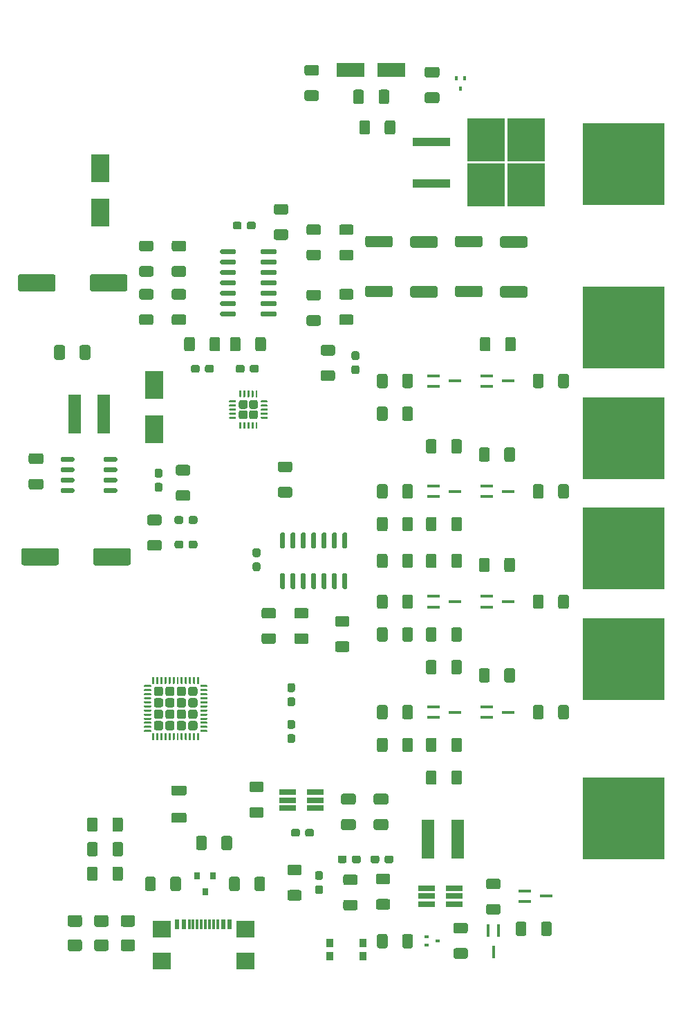
<source format=gtp>
G04 #@! TF.GenerationSoftware,KiCad,Pcbnew,(5.1.10)-1*
G04 #@! TF.CreationDate,2021-09-06T19:40:46-04:00*
G04 #@! TF.ProjectId,Lithium_Ion_Pack,4c697468-6975-46d5-9f49-6f6e5f506163,A0*
G04 #@! TF.SameCoordinates,Original*
G04 #@! TF.FileFunction,Paste,Top*
G04 #@! TF.FilePolarity,Positive*
%FSLAX46Y46*%
G04 Gerber Fmt 4.6, Leading zero omitted, Abs format (unit mm)*
G04 Created by KiCad (PCBNEW (5.1.10)-1) date 2021-09-06 19:40:46*
%MOMM*%
%LPD*%
G01*
G04 APERTURE LIST*
%ADD10R,1.500000X0.450000*%
%ADD11R,1.500000X4.700000*%
%ADD12R,0.900000X1.000000*%
%ADD13R,2.000000X0.650000*%
%ADD14R,10.000000X10.000000*%
%ADD15R,4.550000X5.250000*%
%ADD16R,4.600000X1.100000*%
%ADD17R,0.400000X0.510000*%
%ADD18R,0.510000X0.400000*%
%ADD19R,0.600000X1.150000*%
%ADD20R,0.300000X1.150000*%
%ADD21R,2.180000X2.000000*%
%ADD22R,3.500000X1.800000*%
%ADD23R,0.800000X0.900000*%
%ADD24R,2.300000X3.500000*%
%ADD25R,0.450000X1.500000*%
G04 APERTURE END LIST*
D10*
X165330000Y-121750000D03*
X162670000Y-122400000D03*
X162670000Y-121100000D03*
X165330000Y-108250000D03*
X162670000Y-108900000D03*
X162670000Y-107600000D03*
X165330000Y-94750000D03*
X162670000Y-95400000D03*
X162670000Y-94100000D03*
X165330000Y-81250000D03*
X162670000Y-81900000D03*
X162670000Y-80600000D03*
X170000000Y-144250000D03*
X167340000Y-144900000D03*
X167340000Y-143600000D03*
D11*
X155500000Y-137250000D03*
X159100000Y-137250000D03*
X115800000Y-85250000D03*
X112200000Y-85250000D03*
G36*
G01*
X116850000Y-136125000D02*
X116850000Y-134875000D01*
G75*
G02*
X117100000Y-134625000I250000J0D01*
G01*
X117900000Y-134625000D01*
G75*
G02*
X118150000Y-134875000I0J-250000D01*
G01*
X118150000Y-136125000D01*
G75*
G02*
X117900000Y-136375000I-250000J0D01*
G01*
X117100000Y-136375000D01*
G75*
G02*
X116850000Y-136125000I0J250000D01*
G01*
G37*
G36*
G01*
X113750000Y-136125000D02*
X113750000Y-134875000D01*
G75*
G02*
X114000000Y-134625000I250000J0D01*
G01*
X114800000Y-134625000D01*
G75*
G02*
X115050000Y-134875000I0J-250000D01*
G01*
X115050000Y-136125000D01*
G75*
G02*
X114800000Y-136375000I-250000J0D01*
G01*
X114000000Y-136375000D01*
G75*
G02*
X113750000Y-136125000I0J250000D01*
G01*
G37*
G36*
G01*
X116850000Y-139125000D02*
X116850000Y-137875000D01*
G75*
G02*
X117100000Y-137625000I250000J0D01*
G01*
X117900000Y-137625000D01*
G75*
G02*
X118150000Y-137875000I0J-250000D01*
G01*
X118150000Y-139125000D01*
G75*
G02*
X117900000Y-139375000I-250000J0D01*
G01*
X117100000Y-139375000D01*
G75*
G02*
X116850000Y-139125000I0J250000D01*
G01*
G37*
G36*
G01*
X113750000Y-139125000D02*
X113750000Y-137875000D01*
G75*
G02*
X114000000Y-137625000I250000J0D01*
G01*
X114800000Y-137625000D01*
G75*
G02*
X115050000Y-137875000I0J-250000D01*
G01*
X115050000Y-139125000D01*
G75*
G02*
X114800000Y-139375000I-250000J0D01*
G01*
X114000000Y-139375000D01*
G75*
G02*
X113750000Y-139125000I0J250000D01*
G01*
G37*
G36*
G01*
X116850000Y-142125000D02*
X116850000Y-140875000D01*
G75*
G02*
X117100000Y-140625000I250000J0D01*
G01*
X117900000Y-140625000D01*
G75*
G02*
X118150000Y-140875000I0J-250000D01*
G01*
X118150000Y-142125000D01*
G75*
G02*
X117900000Y-142375000I-250000J0D01*
G01*
X117100000Y-142375000D01*
G75*
G02*
X116850000Y-142125000I0J250000D01*
G01*
G37*
G36*
G01*
X113750000Y-142125000D02*
X113750000Y-140875000D01*
G75*
G02*
X114000000Y-140625000I250000J0D01*
G01*
X114800000Y-140625000D01*
G75*
G02*
X115050000Y-140875000I0J-250000D01*
G01*
X115050000Y-142125000D01*
G75*
G02*
X114800000Y-142375000I-250000J0D01*
G01*
X114000000Y-142375000D01*
G75*
G02*
X113750000Y-142125000I0J250000D01*
G01*
G37*
G36*
G01*
X119375000Y-147987500D02*
X118125000Y-147987500D01*
G75*
G02*
X117875000Y-147737500I0J250000D01*
G01*
X117875000Y-146812500D01*
G75*
G02*
X118125000Y-146562500I250000J0D01*
G01*
X119375000Y-146562500D01*
G75*
G02*
X119625000Y-146812500I0J-250000D01*
G01*
X119625000Y-147737500D01*
G75*
G02*
X119375000Y-147987500I-250000J0D01*
G01*
G37*
G36*
G01*
X119375000Y-150962500D02*
X118125000Y-150962500D01*
G75*
G02*
X117875000Y-150712500I0J250000D01*
G01*
X117875000Y-149787500D01*
G75*
G02*
X118125000Y-149537500I250000J0D01*
G01*
X119375000Y-149537500D01*
G75*
G02*
X119625000Y-149787500I0J-250000D01*
G01*
X119625000Y-150712500D01*
G75*
G02*
X119375000Y-150962500I-250000J0D01*
G01*
G37*
G36*
G01*
X116125000Y-147987500D02*
X114875000Y-147987500D01*
G75*
G02*
X114625000Y-147737500I0J250000D01*
G01*
X114625000Y-146812500D01*
G75*
G02*
X114875000Y-146562500I250000J0D01*
G01*
X116125000Y-146562500D01*
G75*
G02*
X116375000Y-146812500I0J-250000D01*
G01*
X116375000Y-147737500D01*
G75*
G02*
X116125000Y-147987500I-250000J0D01*
G01*
G37*
G36*
G01*
X116125000Y-150962500D02*
X114875000Y-150962500D01*
G75*
G02*
X114625000Y-150712500I0J250000D01*
G01*
X114625000Y-149787500D01*
G75*
G02*
X114875000Y-149537500I250000J0D01*
G01*
X116125000Y-149537500D01*
G75*
G02*
X116375000Y-149787500I0J-250000D01*
G01*
X116375000Y-150712500D01*
G75*
G02*
X116125000Y-150962500I-250000J0D01*
G01*
G37*
G36*
G01*
X112875000Y-147987500D02*
X111625000Y-147987500D01*
G75*
G02*
X111375000Y-147737500I0J250000D01*
G01*
X111375000Y-146812500D01*
G75*
G02*
X111625000Y-146562500I250000J0D01*
G01*
X112875000Y-146562500D01*
G75*
G02*
X113125000Y-146812500I0J-250000D01*
G01*
X113125000Y-147737500D01*
G75*
G02*
X112875000Y-147987500I-250000J0D01*
G01*
G37*
G36*
G01*
X112875000Y-150962500D02*
X111625000Y-150962500D01*
G75*
G02*
X111375000Y-150712500I0J250000D01*
G01*
X111375000Y-149787500D01*
G75*
G02*
X111625000Y-149537500I250000J0D01*
G01*
X112875000Y-149537500D01*
G75*
G02*
X113125000Y-149787500I0J-250000D01*
G01*
X113125000Y-150712500D01*
G75*
G02*
X112875000Y-150962500I-250000J0D01*
G01*
G37*
D12*
X147550000Y-151550000D03*
X147550000Y-149950000D03*
X143450000Y-151550000D03*
X143450000Y-149950000D03*
G36*
G01*
X130200000Y-138375000D02*
X130200000Y-137125000D01*
G75*
G02*
X130450000Y-136875000I250000J0D01*
G01*
X131250000Y-136875000D01*
G75*
G02*
X131500000Y-137125000I0J-250000D01*
G01*
X131500000Y-138375000D01*
G75*
G02*
X131250000Y-138625000I-250000J0D01*
G01*
X130450000Y-138625000D01*
G75*
G02*
X130200000Y-138375000I0J250000D01*
G01*
G37*
G36*
G01*
X127100000Y-138375000D02*
X127100000Y-137125000D01*
G75*
G02*
X127350000Y-136875000I250000J0D01*
G01*
X128150000Y-136875000D01*
G75*
G02*
X128400000Y-137125000I0J-250000D01*
G01*
X128400000Y-138375000D01*
G75*
G02*
X128150000Y-138625000I-250000J0D01*
G01*
X127350000Y-138625000D01*
G75*
G02*
X127100000Y-138375000I0J250000D01*
G01*
G37*
D13*
X141710000Y-131550000D03*
X141710000Y-132500000D03*
X141710000Y-133450000D03*
X138290000Y-133450000D03*
X138290000Y-132500000D03*
X138290000Y-131550000D03*
G36*
G01*
X146125000Y-71300000D02*
X144875000Y-71300000D01*
G75*
G02*
X144625000Y-71050000I0J250000D01*
G01*
X144625000Y-70250000D01*
G75*
G02*
X144875000Y-70000000I250000J0D01*
G01*
X146125000Y-70000000D01*
G75*
G02*
X146375000Y-70250000I0J-250000D01*
G01*
X146375000Y-71050000D01*
G75*
G02*
X146125000Y-71300000I-250000J0D01*
G01*
G37*
G36*
G01*
X146125000Y-74400000D02*
X144875000Y-74400000D01*
G75*
G02*
X144625000Y-74150000I0J250000D01*
G01*
X144625000Y-73350000D01*
G75*
G02*
X144875000Y-73100000I250000J0D01*
G01*
X146125000Y-73100000D01*
G75*
G02*
X146375000Y-73350000I0J-250000D01*
G01*
X146375000Y-74150000D01*
G75*
G02*
X146125000Y-74400000I-250000J0D01*
G01*
G37*
G36*
G01*
X142125000Y-71400000D02*
X140875000Y-71400000D01*
G75*
G02*
X140625000Y-71150000I0J250000D01*
G01*
X140625000Y-70350000D01*
G75*
G02*
X140875000Y-70100000I250000J0D01*
G01*
X142125000Y-70100000D01*
G75*
G02*
X142375000Y-70350000I0J-250000D01*
G01*
X142375000Y-71150000D01*
G75*
G02*
X142125000Y-71400000I-250000J0D01*
G01*
G37*
G36*
G01*
X142125000Y-74500000D02*
X140875000Y-74500000D01*
G75*
G02*
X140625000Y-74250000I0J250000D01*
G01*
X140625000Y-73450000D01*
G75*
G02*
X140875000Y-73200000I250000J0D01*
G01*
X142125000Y-73200000D01*
G75*
G02*
X142375000Y-73450000I0J-250000D01*
G01*
X142375000Y-74250000D01*
G75*
G02*
X142125000Y-74500000I-250000J0D01*
G01*
G37*
G36*
G01*
X152350000Y-103875000D02*
X152350000Y-102625000D01*
G75*
G02*
X152600000Y-102375000I250000J0D01*
G01*
X153400000Y-102375000D01*
G75*
G02*
X153650000Y-102625000I0J-250000D01*
G01*
X153650000Y-103875000D01*
G75*
G02*
X153400000Y-104125000I-250000J0D01*
G01*
X152600000Y-104125000D01*
G75*
G02*
X152350000Y-103875000I0J250000D01*
G01*
G37*
G36*
G01*
X149250000Y-103875000D02*
X149250000Y-102625000D01*
G75*
G02*
X149500000Y-102375000I250000J0D01*
G01*
X150300000Y-102375000D01*
G75*
G02*
X150550000Y-102625000I0J-250000D01*
G01*
X150550000Y-103875000D01*
G75*
G02*
X150300000Y-104125000I-250000J0D01*
G01*
X149500000Y-104125000D01*
G75*
G02*
X149250000Y-103875000I0J250000D01*
G01*
G37*
G36*
G01*
X137840000Y-101750000D02*
X137540000Y-101750000D01*
G75*
G02*
X137390000Y-101600000I0J150000D01*
G01*
X137390000Y-99950000D01*
G75*
G02*
X137540000Y-99800000I150000J0D01*
G01*
X137840000Y-99800000D01*
G75*
G02*
X137990000Y-99950000I0J-150000D01*
G01*
X137990000Y-101600000D01*
G75*
G02*
X137840000Y-101750000I-150000J0D01*
G01*
G37*
G36*
G01*
X139110000Y-101750000D02*
X138810000Y-101750000D01*
G75*
G02*
X138660000Y-101600000I0J150000D01*
G01*
X138660000Y-99950000D01*
G75*
G02*
X138810000Y-99800000I150000J0D01*
G01*
X139110000Y-99800000D01*
G75*
G02*
X139260000Y-99950000I0J-150000D01*
G01*
X139260000Y-101600000D01*
G75*
G02*
X139110000Y-101750000I-150000J0D01*
G01*
G37*
G36*
G01*
X140380000Y-101750000D02*
X140080000Y-101750000D01*
G75*
G02*
X139930000Y-101600000I0J150000D01*
G01*
X139930000Y-99950000D01*
G75*
G02*
X140080000Y-99800000I150000J0D01*
G01*
X140380000Y-99800000D01*
G75*
G02*
X140530000Y-99950000I0J-150000D01*
G01*
X140530000Y-101600000D01*
G75*
G02*
X140380000Y-101750000I-150000J0D01*
G01*
G37*
G36*
G01*
X141650000Y-101750000D02*
X141350000Y-101750000D01*
G75*
G02*
X141200000Y-101600000I0J150000D01*
G01*
X141200000Y-99950000D01*
G75*
G02*
X141350000Y-99800000I150000J0D01*
G01*
X141650000Y-99800000D01*
G75*
G02*
X141800000Y-99950000I0J-150000D01*
G01*
X141800000Y-101600000D01*
G75*
G02*
X141650000Y-101750000I-150000J0D01*
G01*
G37*
G36*
G01*
X142920000Y-101750000D02*
X142620000Y-101750000D01*
G75*
G02*
X142470000Y-101600000I0J150000D01*
G01*
X142470000Y-99950000D01*
G75*
G02*
X142620000Y-99800000I150000J0D01*
G01*
X142920000Y-99800000D01*
G75*
G02*
X143070000Y-99950000I0J-150000D01*
G01*
X143070000Y-101600000D01*
G75*
G02*
X142920000Y-101750000I-150000J0D01*
G01*
G37*
G36*
G01*
X144190000Y-101750000D02*
X143890000Y-101750000D01*
G75*
G02*
X143740000Y-101600000I0J150000D01*
G01*
X143740000Y-99950000D01*
G75*
G02*
X143890000Y-99800000I150000J0D01*
G01*
X144190000Y-99800000D01*
G75*
G02*
X144340000Y-99950000I0J-150000D01*
G01*
X144340000Y-101600000D01*
G75*
G02*
X144190000Y-101750000I-150000J0D01*
G01*
G37*
G36*
G01*
X145460000Y-101750000D02*
X145160000Y-101750000D01*
G75*
G02*
X145010000Y-101600000I0J150000D01*
G01*
X145010000Y-99950000D01*
G75*
G02*
X145160000Y-99800000I150000J0D01*
G01*
X145460000Y-99800000D01*
G75*
G02*
X145610000Y-99950000I0J-150000D01*
G01*
X145610000Y-101600000D01*
G75*
G02*
X145460000Y-101750000I-150000J0D01*
G01*
G37*
G36*
G01*
X145460000Y-106700000D02*
X145160000Y-106700000D01*
G75*
G02*
X145010000Y-106550000I0J150000D01*
G01*
X145010000Y-104900000D01*
G75*
G02*
X145160000Y-104750000I150000J0D01*
G01*
X145460000Y-104750000D01*
G75*
G02*
X145610000Y-104900000I0J-150000D01*
G01*
X145610000Y-106550000D01*
G75*
G02*
X145460000Y-106700000I-150000J0D01*
G01*
G37*
G36*
G01*
X144190000Y-106700000D02*
X143890000Y-106700000D01*
G75*
G02*
X143740000Y-106550000I0J150000D01*
G01*
X143740000Y-104900000D01*
G75*
G02*
X143890000Y-104750000I150000J0D01*
G01*
X144190000Y-104750000D01*
G75*
G02*
X144340000Y-104900000I0J-150000D01*
G01*
X144340000Y-106550000D01*
G75*
G02*
X144190000Y-106700000I-150000J0D01*
G01*
G37*
G36*
G01*
X142920000Y-106700000D02*
X142620000Y-106700000D01*
G75*
G02*
X142470000Y-106550000I0J150000D01*
G01*
X142470000Y-104900000D01*
G75*
G02*
X142620000Y-104750000I150000J0D01*
G01*
X142920000Y-104750000D01*
G75*
G02*
X143070000Y-104900000I0J-150000D01*
G01*
X143070000Y-106550000D01*
G75*
G02*
X142920000Y-106700000I-150000J0D01*
G01*
G37*
G36*
G01*
X141650000Y-106700000D02*
X141350000Y-106700000D01*
G75*
G02*
X141200000Y-106550000I0J150000D01*
G01*
X141200000Y-104900000D01*
G75*
G02*
X141350000Y-104750000I150000J0D01*
G01*
X141650000Y-104750000D01*
G75*
G02*
X141800000Y-104900000I0J-150000D01*
G01*
X141800000Y-106550000D01*
G75*
G02*
X141650000Y-106700000I-150000J0D01*
G01*
G37*
G36*
G01*
X140380000Y-106700000D02*
X140080000Y-106700000D01*
G75*
G02*
X139930000Y-106550000I0J150000D01*
G01*
X139930000Y-104900000D01*
G75*
G02*
X140080000Y-104750000I150000J0D01*
G01*
X140380000Y-104750000D01*
G75*
G02*
X140530000Y-104900000I0J-150000D01*
G01*
X140530000Y-106550000D01*
G75*
G02*
X140380000Y-106700000I-150000J0D01*
G01*
G37*
G36*
G01*
X139110000Y-106700000D02*
X138810000Y-106700000D01*
G75*
G02*
X138660000Y-106550000I0J150000D01*
G01*
X138660000Y-104900000D01*
G75*
G02*
X138810000Y-104750000I150000J0D01*
G01*
X139110000Y-104750000D01*
G75*
G02*
X139260000Y-104900000I0J-150000D01*
G01*
X139260000Y-106550000D01*
G75*
G02*
X139110000Y-106700000I-150000J0D01*
G01*
G37*
G36*
G01*
X137840000Y-106700000D02*
X137540000Y-106700000D01*
G75*
G02*
X137390000Y-106550000I0J150000D01*
G01*
X137390000Y-104900000D01*
G75*
G02*
X137540000Y-104750000I150000J0D01*
G01*
X137840000Y-104750000D01*
G75*
G02*
X137990000Y-104900000I0J-150000D01*
G01*
X137990000Y-106550000D01*
G75*
G02*
X137840000Y-106700000I-150000J0D01*
G01*
G37*
G36*
G01*
X135000000Y-65590000D02*
X135000000Y-65290000D01*
G75*
G02*
X135150000Y-65140000I150000J0D01*
G01*
X136800000Y-65140000D01*
G75*
G02*
X136950000Y-65290000I0J-150000D01*
G01*
X136950000Y-65590000D01*
G75*
G02*
X136800000Y-65740000I-150000J0D01*
G01*
X135150000Y-65740000D01*
G75*
G02*
X135000000Y-65590000I0J150000D01*
G01*
G37*
G36*
G01*
X135000000Y-66860000D02*
X135000000Y-66560000D01*
G75*
G02*
X135150000Y-66410000I150000J0D01*
G01*
X136800000Y-66410000D01*
G75*
G02*
X136950000Y-66560000I0J-150000D01*
G01*
X136950000Y-66860000D01*
G75*
G02*
X136800000Y-67010000I-150000J0D01*
G01*
X135150000Y-67010000D01*
G75*
G02*
X135000000Y-66860000I0J150000D01*
G01*
G37*
G36*
G01*
X135000000Y-68130000D02*
X135000000Y-67830000D01*
G75*
G02*
X135150000Y-67680000I150000J0D01*
G01*
X136800000Y-67680000D01*
G75*
G02*
X136950000Y-67830000I0J-150000D01*
G01*
X136950000Y-68130000D01*
G75*
G02*
X136800000Y-68280000I-150000J0D01*
G01*
X135150000Y-68280000D01*
G75*
G02*
X135000000Y-68130000I0J150000D01*
G01*
G37*
G36*
G01*
X135000000Y-69400000D02*
X135000000Y-69100000D01*
G75*
G02*
X135150000Y-68950000I150000J0D01*
G01*
X136800000Y-68950000D01*
G75*
G02*
X136950000Y-69100000I0J-150000D01*
G01*
X136950000Y-69400000D01*
G75*
G02*
X136800000Y-69550000I-150000J0D01*
G01*
X135150000Y-69550000D01*
G75*
G02*
X135000000Y-69400000I0J150000D01*
G01*
G37*
G36*
G01*
X135000000Y-70670000D02*
X135000000Y-70370000D01*
G75*
G02*
X135150000Y-70220000I150000J0D01*
G01*
X136800000Y-70220000D01*
G75*
G02*
X136950000Y-70370000I0J-150000D01*
G01*
X136950000Y-70670000D01*
G75*
G02*
X136800000Y-70820000I-150000J0D01*
G01*
X135150000Y-70820000D01*
G75*
G02*
X135000000Y-70670000I0J150000D01*
G01*
G37*
G36*
G01*
X135000000Y-71940000D02*
X135000000Y-71640000D01*
G75*
G02*
X135150000Y-71490000I150000J0D01*
G01*
X136800000Y-71490000D01*
G75*
G02*
X136950000Y-71640000I0J-150000D01*
G01*
X136950000Y-71940000D01*
G75*
G02*
X136800000Y-72090000I-150000J0D01*
G01*
X135150000Y-72090000D01*
G75*
G02*
X135000000Y-71940000I0J150000D01*
G01*
G37*
G36*
G01*
X135000000Y-73210000D02*
X135000000Y-72910000D01*
G75*
G02*
X135150000Y-72760000I150000J0D01*
G01*
X136800000Y-72760000D01*
G75*
G02*
X136950000Y-72910000I0J-150000D01*
G01*
X136950000Y-73210000D01*
G75*
G02*
X136800000Y-73360000I-150000J0D01*
G01*
X135150000Y-73360000D01*
G75*
G02*
X135000000Y-73210000I0J150000D01*
G01*
G37*
G36*
G01*
X130050000Y-73210000D02*
X130050000Y-72910000D01*
G75*
G02*
X130200000Y-72760000I150000J0D01*
G01*
X131850000Y-72760000D01*
G75*
G02*
X132000000Y-72910000I0J-150000D01*
G01*
X132000000Y-73210000D01*
G75*
G02*
X131850000Y-73360000I-150000J0D01*
G01*
X130200000Y-73360000D01*
G75*
G02*
X130050000Y-73210000I0J150000D01*
G01*
G37*
G36*
G01*
X130050000Y-71940000D02*
X130050000Y-71640000D01*
G75*
G02*
X130200000Y-71490000I150000J0D01*
G01*
X131850000Y-71490000D01*
G75*
G02*
X132000000Y-71640000I0J-150000D01*
G01*
X132000000Y-71940000D01*
G75*
G02*
X131850000Y-72090000I-150000J0D01*
G01*
X130200000Y-72090000D01*
G75*
G02*
X130050000Y-71940000I0J150000D01*
G01*
G37*
G36*
G01*
X130050000Y-70670000D02*
X130050000Y-70370000D01*
G75*
G02*
X130200000Y-70220000I150000J0D01*
G01*
X131850000Y-70220000D01*
G75*
G02*
X132000000Y-70370000I0J-150000D01*
G01*
X132000000Y-70670000D01*
G75*
G02*
X131850000Y-70820000I-150000J0D01*
G01*
X130200000Y-70820000D01*
G75*
G02*
X130050000Y-70670000I0J150000D01*
G01*
G37*
G36*
G01*
X130050000Y-69400000D02*
X130050000Y-69100000D01*
G75*
G02*
X130200000Y-68950000I150000J0D01*
G01*
X131850000Y-68950000D01*
G75*
G02*
X132000000Y-69100000I0J-150000D01*
G01*
X132000000Y-69400000D01*
G75*
G02*
X131850000Y-69550000I-150000J0D01*
G01*
X130200000Y-69550000D01*
G75*
G02*
X130050000Y-69400000I0J150000D01*
G01*
G37*
G36*
G01*
X130050000Y-68130000D02*
X130050000Y-67830000D01*
G75*
G02*
X130200000Y-67680000I150000J0D01*
G01*
X131850000Y-67680000D01*
G75*
G02*
X132000000Y-67830000I0J-150000D01*
G01*
X132000000Y-68130000D01*
G75*
G02*
X131850000Y-68280000I-150000J0D01*
G01*
X130200000Y-68280000D01*
G75*
G02*
X130050000Y-68130000I0J150000D01*
G01*
G37*
G36*
G01*
X130050000Y-66860000D02*
X130050000Y-66560000D01*
G75*
G02*
X130200000Y-66410000I150000J0D01*
G01*
X131850000Y-66410000D01*
G75*
G02*
X132000000Y-66560000I0J-150000D01*
G01*
X132000000Y-66860000D01*
G75*
G02*
X131850000Y-67010000I-150000J0D01*
G01*
X130200000Y-67010000D01*
G75*
G02*
X130050000Y-66860000I0J150000D01*
G01*
G37*
G36*
G01*
X130050000Y-65590000D02*
X130050000Y-65290000D01*
G75*
G02*
X130200000Y-65140000I150000J0D01*
G01*
X131850000Y-65140000D01*
G75*
G02*
X132000000Y-65290000I0J-150000D01*
G01*
X132000000Y-65590000D01*
G75*
G02*
X131850000Y-65740000I-150000J0D01*
G01*
X130200000Y-65740000D01*
G75*
G02*
X130050000Y-65590000I0J150000D01*
G01*
G37*
X158710000Y-143300000D03*
X158710000Y-144250000D03*
X158710000Y-145200000D03*
X155290000Y-145200000D03*
X155290000Y-144250000D03*
X155290000Y-143300000D03*
G36*
G01*
X115800000Y-90995000D02*
X115800000Y-90695000D01*
G75*
G02*
X115950000Y-90545000I150000J0D01*
G01*
X117300000Y-90545000D01*
G75*
G02*
X117450000Y-90695000I0J-150000D01*
G01*
X117450000Y-90995000D01*
G75*
G02*
X117300000Y-91145000I-150000J0D01*
G01*
X115950000Y-91145000D01*
G75*
G02*
X115800000Y-90995000I0J150000D01*
G01*
G37*
G36*
G01*
X115800000Y-92265000D02*
X115800000Y-91965000D01*
G75*
G02*
X115950000Y-91815000I150000J0D01*
G01*
X117300000Y-91815000D01*
G75*
G02*
X117450000Y-91965000I0J-150000D01*
G01*
X117450000Y-92265000D01*
G75*
G02*
X117300000Y-92415000I-150000J0D01*
G01*
X115950000Y-92415000D01*
G75*
G02*
X115800000Y-92265000I0J150000D01*
G01*
G37*
G36*
G01*
X115800000Y-93535000D02*
X115800000Y-93235000D01*
G75*
G02*
X115950000Y-93085000I150000J0D01*
G01*
X117300000Y-93085000D01*
G75*
G02*
X117450000Y-93235000I0J-150000D01*
G01*
X117450000Y-93535000D01*
G75*
G02*
X117300000Y-93685000I-150000J0D01*
G01*
X115950000Y-93685000D01*
G75*
G02*
X115800000Y-93535000I0J150000D01*
G01*
G37*
G36*
G01*
X115800000Y-94805000D02*
X115800000Y-94505000D01*
G75*
G02*
X115950000Y-94355000I150000J0D01*
G01*
X117300000Y-94355000D01*
G75*
G02*
X117450000Y-94505000I0J-150000D01*
G01*
X117450000Y-94805000D01*
G75*
G02*
X117300000Y-94955000I-150000J0D01*
G01*
X115950000Y-94955000D01*
G75*
G02*
X115800000Y-94805000I0J150000D01*
G01*
G37*
G36*
G01*
X110550000Y-94805000D02*
X110550000Y-94505000D01*
G75*
G02*
X110700000Y-94355000I150000J0D01*
G01*
X112050000Y-94355000D01*
G75*
G02*
X112200000Y-94505000I0J-150000D01*
G01*
X112200000Y-94805000D01*
G75*
G02*
X112050000Y-94955000I-150000J0D01*
G01*
X110700000Y-94955000D01*
G75*
G02*
X110550000Y-94805000I0J150000D01*
G01*
G37*
G36*
G01*
X110550000Y-93535000D02*
X110550000Y-93235000D01*
G75*
G02*
X110700000Y-93085000I150000J0D01*
G01*
X112050000Y-93085000D01*
G75*
G02*
X112200000Y-93235000I0J-150000D01*
G01*
X112200000Y-93535000D01*
G75*
G02*
X112050000Y-93685000I-150000J0D01*
G01*
X110700000Y-93685000D01*
G75*
G02*
X110550000Y-93535000I0J150000D01*
G01*
G37*
G36*
G01*
X110550000Y-92265000D02*
X110550000Y-91965000D01*
G75*
G02*
X110700000Y-91815000I150000J0D01*
G01*
X112050000Y-91815000D01*
G75*
G02*
X112200000Y-91965000I0J-150000D01*
G01*
X112200000Y-92265000D01*
G75*
G02*
X112050000Y-92415000I-150000J0D01*
G01*
X110700000Y-92415000D01*
G75*
G02*
X110550000Y-92265000I0J150000D01*
G01*
G37*
G36*
G01*
X110550000Y-90995000D02*
X110550000Y-90695000D01*
G75*
G02*
X110700000Y-90545000I150000J0D01*
G01*
X112050000Y-90545000D01*
G75*
G02*
X112200000Y-90695000I0J-150000D01*
G01*
X112200000Y-90995000D01*
G75*
G02*
X112050000Y-91145000I-150000J0D01*
G01*
X110700000Y-91145000D01*
G75*
G02*
X110550000Y-90995000I0J150000D01*
G01*
G37*
G36*
G01*
X134415001Y-84665000D02*
X133834999Y-84665000D01*
G75*
G02*
X133585000Y-84415001I0J249999D01*
G01*
X133585000Y-83834999D01*
G75*
G02*
X133834999Y-83585000I249999J0D01*
G01*
X134415001Y-83585000D01*
G75*
G02*
X134665000Y-83834999I0J-249999D01*
G01*
X134665000Y-84415001D01*
G75*
G02*
X134415001Y-84665000I-249999J0D01*
G01*
G37*
G36*
G01*
X133165001Y-84665000D02*
X132584999Y-84665000D01*
G75*
G02*
X132335000Y-84415001I0J249999D01*
G01*
X132335000Y-83834999D01*
G75*
G02*
X132584999Y-83585000I249999J0D01*
G01*
X133165001Y-83585000D01*
G75*
G02*
X133415000Y-83834999I0J-249999D01*
G01*
X133415000Y-84415001D01*
G75*
G02*
X133165001Y-84665000I-249999J0D01*
G01*
G37*
G36*
G01*
X134415001Y-85915000D02*
X133834999Y-85915000D01*
G75*
G02*
X133585000Y-85665001I0J249999D01*
G01*
X133585000Y-85084999D01*
G75*
G02*
X133834999Y-84835000I249999J0D01*
G01*
X134415001Y-84835000D01*
G75*
G02*
X134665000Y-85084999I0J-249999D01*
G01*
X134665000Y-85665001D01*
G75*
G02*
X134415001Y-85915000I-249999J0D01*
G01*
G37*
G36*
G01*
X133165001Y-85915000D02*
X132584999Y-85915000D01*
G75*
G02*
X132335000Y-85665001I0J249999D01*
G01*
X132335000Y-85084999D01*
G75*
G02*
X132584999Y-84835000I249999J0D01*
G01*
X133165001Y-84835000D01*
G75*
G02*
X133415000Y-85084999I0J-249999D01*
G01*
X133415000Y-85665001D01*
G75*
G02*
X133165001Y-85915000I-249999J0D01*
G01*
G37*
G36*
G01*
X131912500Y-85875000D02*
X131212500Y-85875000D01*
G75*
G02*
X131150000Y-85812500I0J62500D01*
G01*
X131150000Y-85687500D01*
G75*
G02*
X131212500Y-85625000I62500J0D01*
G01*
X131912500Y-85625000D01*
G75*
G02*
X131975000Y-85687500I0J-62500D01*
G01*
X131975000Y-85812500D01*
G75*
G02*
X131912500Y-85875000I-62500J0D01*
G01*
G37*
G36*
G01*
X131912500Y-85375000D02*
X131212500Y-85375000D01*
G75*
G02*
X131150000Y-85312500I0J62500D01*
G01*
X131150000Y-85187500D01*
G75*
G02*
X131212500Y-85125000I62500J0D01*
G01*
X131912500Y-85125000D01*
G75*
G02*
X131975000Y-85187500I0J-62500D01*
G01*
X131975000Y-85312500D01*
G75*
G02*
X131912500Y-85375000I-62500J0D01*
G01*
G37*
G36*
G01*
X131912500Y-84875000D02*
X131212500Y-84875000D01*
G75*
G02*
X131150000Y-84812500I0J62500D01*
G01*
X131150000Y-84687500D01*
G75*
G02*
X131212500Y-84625000I62500J0D01*
G01*
X131912500Y-84625000D01*
G75*
G02*
X131975000Y-84687500I0J-62500D01*
G01*
X131975000Y-84812500D01*
G75*
G02*
X131912500Y-84875000I-62500J0D01*
G01*
G37*
G36*
G01*
X131912500Y-84375000D02*
X131212500Y-84375000D01*
G75*
G02*
X131150000Y-84312500I0J62500D01*
G01*
X131150000Y-84187500D01*
G75*
G02*
X131212500Y-84125000I62500J0D01*
G01*
X131912500Y-84125000D01*
G75*
G02*
X131975000Y-84187500I0J-62500D01*
G01*
X131975000Y-84312500D01*
G75*
G02*
X131912500Y-84375000I-62500J0D01*
G01*
G37*
G36*
G01*
X131912500Y-83875000D02*
X131212500Y-83875000D01*
G75*
G02*
X131150000Y-83812500I0J62500D01*
G01*
X131150000Y-83687500D01*
G75*
G02*
X131212500Y-83625000I62500J0D01*
G01*
X131912500Y-83625000D01*
G75*
G02*
X131975000Y-83687500I0J-62500D01*
G01*
X131975000Y-83812500D01*
G75*
G02*
X131912500Y-83875000I-62500J0D01*
G01*
G37*
G36*
G01*
X132562500Y-83225000D02*
X132437500Y-83225000D01*
G75*
G02*
X132375000Y-83162500I0J62500D01*
G01*
X132375000Y-82462500D01*
G75*
G02*
X132437500Y-82400000I62500J0D01*
G01*
X132562500Y-82400000D01*
G75*
G02*
X132625000Y-82462500I0J-62500D01*
G01*
X132625000Y-83162500D01*
G75*
G02*
X132562500Y-83225000I-62500J0D01*
G01*
G37*
G36*
G01*
X133062500Y-83225000D02*
X132937500Y-83225000D01*
G75*
G02*
X132875000Y-83162500I0J62500D01*
G01*
X132875000Y-82462500D01*
G75*
G02*
X132937500Y-82400000I62500J0D01*
G01*
X133062500Y-82400000D01*
G75*
G02*
X133125000Y-82462500I0J-62500D01*
G01*
X133125000Y-83162500D01*
G75*
G02*
X133062500Y-83225000I-62500J0D01*
G01*
G37*
G36*
G01*
X133562500Y-83225000D02*
X133437500Y-83225000D01*
G75*
G02*
X133375000Y-83162500I0J62500D01*
G01*
X133375000Y-82462500D01*
G75*
G02*
X133437500Y-82400000I62500J0D01*
G01*
X133562500Y-82400000D01*
G75*
G02*
X133625000Y-82462500I0J-62500D01*
G01*
X133625000Y-83162500D01*
G75*
G02*
X133562500Y-83225000I-62500J0D01*
G01*
G37*
G36*
G01*
X134062500Y-83225000D02*
X133937500Y-83225000D01*
G75*
G02*
X133875000Y-83162500I0J62500D01*
G01*
X133875000Y-82462500D01*
G75*
G02*
X133937500Y-82400000I62500J0D01*
G01*
X134062500Y-82400000D01*
G75*
G02*
X134125000Y-82462500I0J-62500D01*
G01*
X134125000Y-83162500D01*
G75*
G02*
X134062500Y-83225000I-62500J0D01*
G01*
G37*
G36*
G01*
X134562500Y-83225000D02*
X134437500Y-83225000D01*
G75*
G02*
X134375000Y-83162500I0J62500D01*
G01*
X134375000Y-82462500D01*
G75*
G02*
X134437500Y-82400000I62500J0D01*
G01*
X134562500Y-82400000D01*
G75*
G02*
X134625000Y-82462500I0J-62500D01*
G01*
X134625000Y-83162500D01*
G75*
G02*
X134562500Y-83225000I-62500J0D01*
G01*
G37*
G36*
G01*
X135787500Y-83875000D02*
X135087500Y-83875000D01*
G75*
G02*
X135025000Y-83812500I0J62500D01*
G01*
X135025000Y-83687500D01*
G75*
G02*
X135087500Y-83625000I62500J0D01*
G01*
X135787500Y-83625000D01*
G75*
G02*
X135850000Y-83687500I0J-62500D01*
G01*
X135850000Y-83812500D01*
G75*
G02*
X135787500Y-83875000I-62500J0D01*
G01*
G37*
G36*
G01*
X135787500Y-84375000D02*
X135087500Y-84375000D01*
G75*
G02*
X135025000Y-84312500I0J62500D01*
G01*
X135025000Y-84187500D01*
G75*
G02*
X135087500Y-84125000I62500J0D01*
G01*
X135787500Y-84125000D01*
G75*
G02*
X135850000Y-84187500I0J-62500D01*
G01*
X135850000Y-84312500D01*
G75*
G02*
X135787500Y-84375000I-62500J0D01*
G01*
G37*
G36*
G01*
X135787500Y-84875000D02*
X135087500Y-84875000D01*
G75*
G02*
X135025000Y-84812500I0J62500D01*
G01*
X135025000Y-84687500D01*
G75*
G02*
X135087500Y-84625000I62500J0D01*
G01*
X135787500Y-84625000D01*
G75*
G02*
X135850000Y-84687500I0J-62500D01*
G01*
X135850000Y-84812500D01*
G75*
G02*
X135787500Y-84875000I-62500J0D01*
G01*
G37*
G36*
G01*
X135787500Y-85375000D02*
X135087500Y-85375000D01*
G75*
G02*
X135025000Y-85312500I0J62500D01*
G01*
X135025000Y-85187500D01*
G75*
G02*
X135087500Y-85125000I62500J0D01*
G01*
X135787500Y-85125000D01*
G75*
G02*
X135850000Y-85187500I0J-62500D01*
G01*
X135850000Y-85312500D01*
G75*
G02*
X135787500Y-85375000I-62500J0D01*
G01*
G37*
G36*
G01*
X135787500Y-85875000D02*
X135087500Y-85875000D01*
G75*
G02*
X135025000Y-85812500I0J62500D01*
G01*
X135025000Y-85687500D01*
G75*
G02*
X135087500Y-85625000I62500J0D01*
G01*
X135787500Y-85625000D01*
G75*
G02*
X135850000Y-85687500I0J-62500D01*
G01*
X135850000Y-85812500D01*
G75*
G02*
X135787500Y-85875000I-62500J0D01*
G01*
G37*
G36*
G01*
X134562500Y-87100000D02*
X134437500Y-87100000D01*
G75*
G02*
X134375000Y-87037500I0J62500D01*
G01*
X134375000Y-86337500D01*
G75*
G02*
X134437500Y-86275000I62500J0D01*
G01*
X134562500Y-86275000D01*
G75*
G02*
X134625000Y-86337500I0J-62500D01*
G01*
X134625000Y-87037500D01*
G75*
G02*
X134562500Y-87100000I-62500J0D01*
G01*
G37*
G36*
G01*
X134062500Y-87100000D02*
X133937500Y-87100000D01*
G75*
G02*
X133875000Y-87037500I0J62500D01*
G01*
X133875000Y-86337500D01*
G75*
G02*
X133937500Y-86275000I62500J0D01*
G01*
X134062500Y-86275000D01*
G75*
G02*
X134125000Y-86337500I0J-62500D01*
G01*
X134125000Y-87037500D01*
G75*
G02*
X134062500Y-87100000I-62500J0D01*
G01*
G37*
G36*
G01*
X133562500Y-87100000D02*
X133437500Y-87100000D01*
G75*
G02*
X133375000Y-87037500I0J62500D01*
G01*
X133375000Y-86337500D01*
G75*
G02*
X133437500Y-86275000I62500J0D01*
G01*
X133562500Y-86275000D01*
G75*
G02*
X133625000Y-86337500I0J-62500D01*
G01*
X133625000Y-87037500D01*
G75*
G02*
X133562500Y-87100000I-62500J0D01*
G01*
G37*
G36*
G01*
X133062500Y-87100000D02*
X132937500Y-87100000D01*
G75*
G02*
X132875000Y-87037500I0J62500D01*
G01*
X132875000Y-86337500D01*
G75*
G02*
X132937500Y-86275000I62500J0D01*
G01*
X133062500Y-86275000D01*
G75*
G02*
X133125000Y-86337500I0J-62500D01*
G01*
X133125000Y-87037500D01*
G75*
G02*
X133062500Y-87100000I-62500J0D01*
G01*
G37*
G36*
G01*
X132562500Y-87100000D02*
X132437500Y-87100000D01*
G75*
G02*
X132375000Y-87037500I0J62500D01*
G01*
X132375000Y-86337500D01*
G75*
G02*
X132437500Y-86275000I62500J0D01*
G01*
X132562500Y-86275000D01*
G75*
G02*
X132625000Y-86337500I0J-62500D01*
G01*
X132625000Y-87037500D01*
G75*
G02*
X132562500Y-87100000I-62500J0D01*
G01*
G37*
G36*
G01*
X123065000Y-118885000D02*
X123065000Y-119515000D01*
G75*
G02*
X122815000Y-119765000I-250000J0D01*
G01*
X122185000Y-119765000D01*
G75*
G02*
X121935000Y-119515000I0J250000D01*
G01*
X121935000Y-118885000D01*
G75*
G02*
X122185000Y-118635000I250000J0D01*
G01*
X122815000Y-118635000D01*
G75*
G02*
X123065000Y-118885000I0J-250000D01*
G01*
G37*
G36*
G01*
X123065000Y-120285000D02*
X123065000Y-120915000D01*
G75*
G02*
X122815000Y-121165000I-250000J0D01*
G01*
X122185000Y-121165000D01*
G75*
G02*
X121935000Y-120915000I0J250000D01*
G01*
X121935000Y-120285000D01*
G75*
G02*
X122185000Y-120035000I250000J0D01*
G01*
X122815000Y-120035000D01*
G75*
G02*
X123065000Y-120285000I0J-250000D01*
G01*
G37*
G36*
G01*
X123065000Y-121685000D02*
X123065000Y-122315000D01*
G75*
G02*
X122815000Y-122565000I-250000J0D01*
G01*
X122185000Y-122565000D01*
G75*
G02*
X121935000Y-122315000I0J250000D01*
G01*
X121935000Y-121685000D01*
G75*
G02*
X122185000Y-121435000I250000J0D01*
G01*
X122815000Y-121435000D01*
G75*
G02*
X123065000Y-121685000I0J-250000D01*
G01*
G37*
G36*
G01*
X123065000Y-123085000D02*
X123065000Y-123715000D01*
G75*
G02*
X122815000Y-123965000I-250000J0D01*
G01*
X122185000Y-123965000D01*
G75*
G02*
X121935000Y-123715000I0J250000D01*
G01*
X121935000Y-123085000D01*
G75*
G02*
X122185000Y-122835000I250000J0D01*
G01*
X122815000Y-122835000D01*
G75*
G02*
X123065000Y-123085000I0J-250000D01*
G01*
G37*
G36*
G01*
X124465000Y-118885000D02*
X124465000Y-119515000D01*
G75*
G02*
X124215000Y-119765000I-250000J0D01*
G01*
X123585000Y-119765000D01*
G75*
G02*
X123335000Y-119515000I0J250000D01*
G01*
X123335000Y-118885000D01*
G75*
G02*
X123585000Y-118635000I250000J0D01*
G01*
X124215000Y-118635000D01*
G75*
G02*
X124465000Y-118885000I0J-250000D01*
G01*
G37*
G36*
G01*
X124465000Y-120285000D02*
X124465000Y-120915000D01*
G75*
G02*
X124215000Y-121165000I-250000J0D01*
G01*
X123585000Y-121165000D01*
G75*
G02*
X123335000Y-120915000I0J250000D01*
G01*
X123335000Y-120285000D01*
G75*
G02*
X123585000Y-120035000I250000J0D01*
G01*
X124215000Y-120035000D01*
G75*
G02*
X124465000Y-120285000I0J-250000D01*
G01*
G37*
G36*
G01*
X124465000Y-121685000D02*
X124465000Y-122315000D01*
G75*
G02*
X124215000Y-122565000I-250000J0D01*
G01*
X123585000Y-122565000D01*
G75*
G02*
X123335000Y-122315000I0J250000D01*
G01*
X123335000Y-121685000D01*
G75*
G02*
X123585000Y-121435000I250000J0D01*
G01*
X124215000Y-121435000D01*
G75*
G02*
X124465000Y-121685000I0J-250000D01*
G01*
G37*
G36*
G01*
X124465000Y-123085000D02*
X124465000Y-123715000D01*
G75*
G02*
X124215000Y-123965000I-250000J0D01*
G01*
X123585000Y-123965000D01*
G75*
G02*
X123335000Y-123715000I0J250000D01*
G01*
X123335000Y-123085000D01*
G75*
G02*
X123585000Y-122835000I250000J0D01*
G01*
X124215000Y-122835000D01*
G75*
G02*
X124465000Y-123085000I0J-250000D01*
G01*
G37*
G36*
G01*
X125865000Y-118885000D02*
X125865000Y-119515000D01*
G75*
G02*
X125615000Y-119765000I-250000J0D01*
G01*
X124985000Y-119765000D01*
G75*
G02*
X124735000Y-119515000I0J250000D01*
G01*
X124735000Y-118885000D01*
G75*
G02*
X124985000Y-118635000I250000J0D01*
G01*
X125615000Y-118635000D01*
G75*
G02*
X125865000Y-118885000I0J-250000D01*
G01*
G37*
G36*
G01*
X125865000Y-120285000D02*
X125865000Y-120915000D01*
G75*
G02*
X125615000Y-121165000I-250000J0D01*
G01*
X124985000Y-121165000D01*
G75*
G02*
X124735000Y-120915000I0J250000D01*
G01*
X124735000Y-120285000D01*
G75*
G02*
X124985000Y-120035000I250000J0D01*
G01*
X125615000Y-120035000D01*
G75*
G02*
X125865000Y-120285000I0J-250000D01*
G01*
G37*
G36*
G01*
X125865000Y-121685000D02*
X125865000Y-122315000D01*
G75*
G02*
X125615000Y-122565000I-250000J0D01*
G01*
X124985000Y-122565000D01*
G75*
G02*
X124735000Y-122315000I0J250000D01*
G01*
X124735000Y-121685000D01*
G75*
G02*
X124985000Y-121435000I250000J0D01*
G01*
X125615000Y-121435000D01*
G75*
G02*
X125865000Y-121685000I0J-250000D01*
G01*
G37*
G36*
G01*
X125865000Y-123085000D02*
X125865000Y-123715000D01*
G75*
G02*
X125615000Y-123965000I-250000J0D01*
G01*
X124985000Y-123965000D01*
G75*
G02*
X124735000Y-123715000I0J250000D01*
G01*
X124735000Y-123085000D01*
G75*
G02*
X124985000Y-122835000I250000J0D01*
G01*
X125615000Y-122835000D01*
G75*
G02*
X125865000Y-123085000I0J-250000D01*
G01*
G37*
G36*
G01*
X127265000Y-118885000D02*
X127265000Y-119515000D01*
G75*
G02*
X127015000Y-119765000I-250000J0D01*
G01*
X126385000Y-119765000D01*
G75*
G02*
X126135000Y-119515000I0J250000D01*
G01*
X126135000Y-118885000D01*
G75*
G02*
X126385000Y-118635000I250000J0D01*
G01*
X127015000Y-118635000D01*
G75*
G02*
X127265000Y-118885000I0J-250000D01*
G01*
G37*
G36*
G01*
X127265000Y-120285000D02*
X127265000Y-120915000D01*
G75*
G02*
X127015000Y-121165000I-250000J0D01*
G01*
X126385000Y-121165000D01*
G75*
G02*
X126135000Y-120915000I0J250000D01*
G01*
X126135000Y-120285000D01*
G75*
G02*
X126385000Y-120035000I250000J0D01*
G01*
X127015000Y-120035000D01*
G75*
G02*
X127265000Y-120285000I0J-250000D01*
G01*
G37*
G36*
G01*
X127265000Y-121685000D02*
X127265000Y-122315000D01*
G75*
G02*
X127015000Y-122565000I-250000J0D01*
G01*
X126385000Y-122565000D01*
G75*
G02*
X126135000Y-122315000I0J250000D01*
G01*
X126135000Y-121685000D01*
G75*
G02*
X126385000Y-121435000I250000J0D01*
G01*
X127015000Y-121435000D01*
G75*
G02*
X127265000Y-121685000I0J-250000D01*
G01*
G37*
G36*
G01*
X127265000Y-123085000D02*
X127265000Y-123715000D01*
G75*
G02*
X127015000Y-123965000I-250000J0D01*
G01*
X126385000Y-123965000D01*
G75*
G02*
X126135000Y-123715000I0J250000D01*
G01*
X126135000Y-123085000D01*
G75*
G02*
X126385000Y-122835000I250000J0D01*
G01*
X127015000Y-122835000D01*
G75*
G02*
X127265000Y-123085000I0J-250000D01*
G01*
G37*
G36*
G01*
X127475000Y-124362500D02*
X127475000Y-125112500D01*
G75*
G02*
X127412500Y-125175000I-62500J0D01*
G01*
X127287500Y-125175000D01*
G75*
G02*
X127225000Y-125112500I0J62500D01*
G01*
X127225000Y-124362500D01*
G75*
G02*
X127287500Y-124300000I62500J0D01*
G01*
X127412500Y-124300000D01*
G75*
G02*
X127475000Y-124362500I0J-62500D01*
G01*
G37*
G36*
G01*
X126975000Y-124362500D02*
X126975000Y-125112500D01*
G75*
G02*
X126912500Y-125175000I-62500J0D01*
G01*
X126787500Y-125175000D01*
G75*
G02*
X126725000Y-125112500I0J62500D01*
G01*
X126725000Y-124362500D01*
G75*
G02*
X126787500Y-124300000I62500J0D01*
G01*
X126912500Y-124300000D01*
G75*
G02*
X126975000Y-124362500I0J-62500D01*
G01*
G37*
G36*
G01*
X126475000Y-124362500D02*
X126475000Y-125112500D01*
G75*
G02*
X126412500Y-125175000I-62500J0D01*
G01*
X126287500Y-125175000D01*
G75*
G02*
X126225000Y-125112500I0J62500D01*
G01*
X126225000Y-124362500D01*
G75*
G02*
X126287500Y-124300000I62500J0D01*
G01*
X126412500Y-124300000D01*
G75*
G02*
X126475000Y-124362500I0J-62500D01*
G01*
G37*
G36*
G01*
X125975000Y-124362500D02*
X125975000Y-125112500D01*
G75*
G02*
X125912500Y-125175000I-62500J0D01*
G01*
X125787500Y-125175000D01*
G75*
G02*
X125725000Y-125112500I0J62500D01*
G01*
X125725000Y-124362500D01*
G75*
G02*
X125787500Y-124300000I62500J0D01*
G01*
X125912500Y-124300000D01*
G75*
G02*
X125975000Y-124362500I0J-62500D01*
G01*
G37*
G36*
G01*
X125475000Y-124362500D02*
X125475000Y-125112500D01*
G75*
G02*
X125412500Y-125175000I-62500J0D01*
G01*
X125287500Y-125175000D01*
G75*
G02*
X125225000Y-125112500I0J62500D01*
G01*
X125225000Y-124362500D01*
G75*
G02*
X125287500Y-124300000I62500J0D01*
G01*
X125412500Y-124300000D01*
G75*
G02*
X125475000Y-124362500I0J-62500D01*
G01*
G37*
G36*
G01*
X124975000Y-124362500D02*
X124975000Y-125112500D01*
G75*
G02*
X124912500Y-125175000I-62500J0D01*
G01*
X124787500Y-125175000D01*
G75*
G02*
X124725000Y-125112500I0J62500D01*
G01*
X124725000Y-124362500D01*
G75*
G02*
X124787500Y-124300000I62500J0D01*
G01*
X124912500Y-124300000D01*
G75*
G02*
X124975000Y-124362500I0J-62500D01*
G01*
G37*
G36*
G01*
X124475000Y-124362500D02*
X124475000Y-125112500D01*
G75*
G02*
X124412500Y-125175000I-62500J0D01*
G01*
X124287500Y-125175000D01*
G75*
G02*
X124225000Y-125112500I0J62500D01*
G01*
X124225000Y-124362500D01*
G75*
G02*
X124287500Y-124300000I62500J0D01*
G01*
X124412500Y-124300000D01*
G75*
G02*
X124475000Y-124362500I0J-62500D01*
G01*
G37*
G36*
G01*
X123975000Y-124362500D02*
X123975000Y-125112500D01*
G75*
G02*
X123912500Y-125175000I-62500J0D01*
G01*
X123787500Y-125175000D01*
G75*
G02*
X123725000Y-125112500I0J62500D01*
G01*
X123725000Y-124362500D01*
G75*
G02*
X123787500Y-124300000I62500J0D01*
G01*
X123912500Y-124300000D01*
G75*
G02*
X123975000Y-124362500I0J-62500D01*
G01*
G37*
G36*
G01*
X123475000Y-124362500D02*
X123475000Y-125112500D01*
G75*
G02*
X123412500Y-125175000I-62500J0D01*
G01*
X123287500Y-125175000D01*
G75*
G02*
X123225000Y-125112500I0J62500D01*
G01*
X123225000Y-124362500D01*
G75*
G02*
X123287500Y-124300000I62500J0D01*
G01*
X123412500Y-124300000D01*
G75*
G02*
X123475000Y-124362500I0J-62500D01*
G01*
G37*
G36*
G01*
X122975000Y-124362500D02*
X122975000Y-125112500D01*
G75*
G02*
X122912500Y-125175000I-62500J0D01*
G01*
X122787500Y-125175000D01*
G75*
G02*
X122725000Y-125112500I0J62500D01*
G01*
X122725000Y-124362500D01*
G75*
G02*
X122787500Y-124300000I62500J0D01*
G01*
X122912500Y-124300000D01*
G75*
G02*
X122975000Y-124362500I0J-62500D01*
G01*
G37*
G36*
G01*
X122475000Y-124362500D02*
X122475000Y-125112500D01*
G75*
G02*
X122412500Y-125175000I-62500J0D01*
G01*
X122287500Y-125175000D01*
G75*
G02*
X122225000Y-125112500I0J62500D01*
G01*
X122225000Y-124362500D01*
G75*
G02*
X122287500Y-124300000I62500J0D01*
G01*
X122412500Y-124300000D01*
G75*
G02*
X122475000Y-124362500I0J-62500D01*
G01*
G37*
G36*
G01*
X121975000Y-124362500D02*
X121975000Y-125112500D01*
G75*
G02*
X121912500Y-125175000I-62500J0D01*
G01*
X121787500Y-125175000D01*
G75*
G02*
X121725000Y-125112500I0J62500D01*
G01*
X121725000Y-124362500D01*
G75*
G02*
X121787500Y-124300000I62500J0D01*
G01*
X121912500Y-124300000D01*
G75*
G02*
X121975000Y-124362500I0J-62500D01*
G01*
G37*
G36*
G01*
X121600000Y-123987500D02*
X121600000Y-124112500D01*
G75*
G02*
X121537500Y-124175000I-62500J0D01*
G01*
X120787500Y-124175000D01*
G75*
G02*
X120725000Y-124112500I0J62500D01*
G01*
X120725000Y-123987500D01*
G75*
G02*
X120787500Y-123925000I62500J0D01*
G01*
X121537500Y-123925000D01*
G75*
G02*
X121600000Y-123987500I0J-62500D01*
G01*
G37*
G36*
G01*
X121600000Y-123487500D02*
X121600000Y-123612500D01*
G75*
G02*
X121537500Y-123675000I-62500J0D01*
G01*
X120787500Y-123675000D01*
G75*
G02*
X120725000Y-123612500I0J62500D01*
G01*
X120725000Y-123487500D01*
G75*
G02*
X120787500Y-123425000I62500J0D01*
G01*
X121537500Y-123425000D01*
G75*
G02*
X121600000Y-123487500I0J-62500D01*
G01*
G37*
G36*
G01*
X121600000Y-122987500D02*
X121600000Y-123112500D01*
G75*
G02*
X121537500Y-123175000I-62500J0D01*
G01*
X120787500Y-123175000D01*
G75*
G02*
X120725000Y-123112500I0J62500D01*
G01*
X120725000Y-122987500D01*
G75*
G02*
X120787500Y-122925000I62500J0D01*
G01*
X121537500Y-122925000D01*
G75*
G02*
X121600000Y-122987500I0J-62500D01*
G01*
G37*
G36*
G01*
X121600000Y-122487500D02*
X121600000Y-122612500D01*
G75*
G02*
X121537500Y-122675000I-62500J0D01*
G01*
X120787500Y-122675000D01*
G75*
G02*
X120725000Y-122612500I0J62500D01*
G01*
X120725000Y-122487500D01*
G75*
G02*
X120787500Y-122425000I62500J0D01*
G01*
X121537500Y-122425000D01*
G75*
G02*
X121600000Y-122487500I0J-62500D01*
G01*
G37*
G36*
G01*
X121600000Y-121987500D02*
X121600000Y-122112500D01*
G75*
G02*
X121537500Y-122175000I-62500J0D01*
G01*
X120787500Y-122175000D01*
G75*
G02*
X120725000Y-122112500I0J62500D01*
G01*
X120725000Y-121987500D01*
G75*
G02*
X120787500Y-121925000I62500J0D01*
G01*
X121537500Y-121925000D01*
G75*
G02*
X121600000Y-121987500I0J-62500D01*
G01*
G37*
G36*
G01*
X121600000Y-121487500D02*
X121600000Y-121612500D01*
G75*
G02*
X121537500Y-121675000I-62500J0D01*
G01*
X120787500Y-121675000D01*
G75*
G02*
X120725000Y-121612500I0J62500D01*
G01*
X120725000Y-121487500D01*
G75*
G02*
X120787500Y-121425000I62500J0D01*
G01*
X121537500Y-121425000D01*
G75*
G02*
X121600000Y-121487500I0J-62500D01*
G01*
G37*
G36*
G01*
X121600000Y-120987500D02*
X121600000Y-121112500D01*
G75*
G02*
X121537500Y-121175000I-62500J0D01*
G01*
X120787500Y-121175000D01*
G75*
G02*
X120725000Y-121112500I0J62500D01*
G01*
X120725000Y-120987500D01*
G75*
G02*
X120787500Y-120925000I62500J0D01*
G01*
X121537500Y-120925000D01*
G75*
G02*
X121600000Y-120987500I0J-62500D01*
G01*
G37*
G36*
G01*
X121600000Y-120487500D02*
X121600000Y-120612500D01*
G75*
G02*
X121537500Y-120675000I-62500J0D01*
G01*
X120787500Y-120675000D01*
G75*
G02*
X120725000Y-120612500I0J62500D01*
G01*
X120725000Y-120487500D01*
G75*
G02*
X120787500Y-120425000I62500J0D01*
G01*
X121537500Y-120425000D01*
G75*
G02*
X121600000Y-120487500I0J-62500D01*
G01*
G37*
G36*
G01*
X121600000Y-119987500D02*
X121600000Y-120112500D01*
G75*
G02*
X121537500Y-120175000I-62500J0D01*
G01*
X120787500Y-120175000D01*
G75*
G02*
X120725000Y-120112500I0J62500D01*
G01*
X120725000Y-119987500D01*
G75*
G02*
X120787500Y-119925000I62500J0D01*
G01*
X121537500Y-119925000D01*
G75*
G02*
X121600000Y-119987500I0J-62500D01*
G01*
G37*
G36*
G01*
X121600000Y-119487500D02*
X121600000Y-119612500D01*
G75*
G02*
X121537500Y-119675000I-62500J0D01*
G01*
X120787500Y-119675000D01*
G75*
G02*
X120725000Y-119612500I0J62500D01*
G01*
X120725000Y-119487500D01*
G75*
G02*
X120787500Y-119425000I62500J0D01*
G01*
X121537500Y-119425000D01*
G75*
G02*
X121600000Y-119487500I0J-62500D01*
G01*
G37*
G36*
G01*
X121600000Y-118987500D02*
X121600000Y-119112500D01*
G75*
G02*
X121537500Y-119175000I-62500J0D01*
G01*
X120787500Y-119175000D01*
G75*
G02*
X120725000Y-119112500I0J62500D01*
G01*
X120725000Y-118987500D01*
G75*
G02*
X120787500Y-118925000I62500J0D01*
G01*
X121537500Y-118925000D01*
G75*
G02*
X121600000Y-118987500I0J-62500D01*
G01*
G37*
G36*
G01*
X121600000Y-118487500D02*
X121600000Y-118612500D01*
G75*
G02*
X121537500Y-118675000I-62500J0D01*
G01*
X120787500Y-118675000D01*
G75*
G02*
X120725000Y-118612500I0J62500D01*
G01*
X120725000Y-118487500D01*
G75*
G02*
X120787500Y-118425000I62500J0D01*
G01*
X121537500Y-118425000D01*
G75*
G02*
X121600000Y-118487500I0J-62500D01*
G01*
G37*
G36*
G01*
X121975000Y-117487500D02*
X121975000Y-118237500D01*
G75*
G02*
X121912500Y-118300000I-62500J0D01*
G01*
X121787500Y-118300000D01*
G75*
G02*
X121725000Y-118237500I0J62500D01*
G01*
X121725000Y-117487500D01*
G75*
G02*
X121787500Y-117425000I62500J0D01*
G01*
X121912500Y-117425000D01*
G75*
G02*
X121975000Y-117487500I0J-62500D01*
G01*
G37*
G36*
G01*
X122475000Y-117487500D02*
X122475000Y-118237500D01*
G75*
G02*
X122412500Y-118300000I-62500J0D01*
G01*
X122287500Y-118300000D01*
G75*
G02*
X122225000Y-118237500I0J62500D01*
G01*
X122225000Y-117487500D01*
G75*
G02*
X122287500Y-117425000I62500J0D01*
G01*
X122412500Y-117425000D01*
G75*
G02*
X122475000Y-117487500I0J-62500D01*
G01*
G37*
G36*
G01*
X122975000Y-117487500D02*
X122975000Y-118237500D01*
G75*
G02*
X122912500Y-118300000I-62500J0D01*
G01*
X122787500Y-118300000D01*
G75*
G02*
X122725000Y-118237500I0J62500D01*
G01*
X122725000Y-117487500D01*
G75*
G02*
X122787500Y-117425000I62500J0D01*
G01*
X122912500Y-117425000D01*
G75*
G02*
X122975000Y-117487500I0J-62500D01*
G01*
G37*
G36*
G01*
X123475000Y-117487500D02*
X123475000Y-118237500D01*
G75*
G02*
X123412500Y-118300000I-62500J0D01*
G01*
X123287500Y-118300000D01*
G75*
G02*
X123225000Y-118237500I0J62500D01*
G01*
X123225000Y-117487500D01*
G75*
G02*
X123287500Y-117425000I62500J0D01*
G01*
X123412500Y-117425000D01*
G75*
G02*
X123475000Y-117487500I0J-62500D01*
G01*
G37*
G36*
G01*
X123975000Y-117487500D02*
X123975000Y-118237500D01*
G75*
G02*
X123912500Y-118300000I-62500J0D01*
G01*
X123787500Y-118300000D01*
G75*
G02*
X123725000Y-118237500I0J62500D01*
G01*
X123725000Y-117487500D01*
G75*
G02*
X123787500Y-117425000I62500J0D01*
G01*
X123912500Y-117425000D01*
G75*
G02*
X123975000Y-117487500I0J-62500D01*
G01*
G37*
G36*
G01*
X124475000Y-117487500D02*
X124475000Y-118237500D01*
G75*
G02*
X124412500Y-118300000I-62500J0D01*
G01*
X124287500Y-118300000D01*
G75*
G02*
X124225000Y-118237500I0J62500D01*
G01*
X124225000Y-117487500D01*
G75*
G02*
X124287500Y-117425000I62500J0D01*
G01*
X124412500Y-117425000D01*
G75*
G02*
X124475000Y-117487500I0J-62500D01*
G01*
G37*
G36*
G01*
X124975000Y-117487500D02*
X124975000Y-118237500D01*
G75*
G02*
X124912500Y-118300000I-62500J0D01*
G01*
X124787500Y-118300000D01*
G75*
G02*
X124725000Y-118237500I0J62500D01*
G01*
X124725000Y-117487500D01*
G75*
G02*
X124787500Y-117425000I62500J0D01*
G01*
X124912500Y-117425000D01*
G75*
G02*
X124975000Y-117487500I0J-62500D01*
G01*
G37*
G36*
G01*
X125475000Y-117487500D02*
X125475000Y-118237500D01*
G75*
G02*
X125412500Y-118300000I-62500J0D01*
G01*
X125287500Y-118300000D01*
G75*
G02*
X125225000Y-118237500I0J62500D01*
G01*
X125225000Y-117487500D01*
G75*
G02*
X125287500Y-117425000I62500J0D01*
G01*
X125412500Y-117425000D01*
G75*
G02*
X125475000Y-117487500I0J-62500D01*
G01*
G37*
G36*
G01*
X125975000Y-117487500D02*
X125975000Y-118237500D01*
G75*
G02*
X125912500Y-118300000I-62500J0D01*
G01*
X125787500Y-118300000D01*
G75*
G02*
X125725000Y-118237500I0J62500D01*
G01*
X125725000Y-117487500D01*
G75*
G02*
X125787500Y-117425000I62500J0D01*
G01*
X125912500Y-117425000D01*
G75*
G02*
X125975000Y-117487500I0J-62500D01*
G01*
G37*
G36*
G01*
X126475000Y-117487500D02*
X126475000Y-118237500D01*
G75*
G02*
X126412500Y-118300000I-62500J0D01*
G01*
X126287500Y-118300000D01*
G75*
G02*
X126225000Y-118237500I0J62500D01*
G01*
X126225000Y-117487500D01*
G75*
G02*
X126287500Y-117425000I62500J0D01*
G01*
X126412500Y-117425000D01*
G75*
G02*
X126475000Y-117487500I0J-62500D01*
G01*
G37*
G36*
G01*
X126975000Y-117487500D02*
X126975000Y-118237500D01*
G75*
G02*
X126912500Y-118300000I-62500J0D01*
G01*
X126787500Y-118300000D01*
G75*
G02*
X126725000Y-118237500I0J62500D01*
G01*
X126725000Y-117487500D01*
G75*
G02*
X126787500Y-117425000I62500J0D01*
G01*
X126912500Y-117425000D01*
G75*
G02*
X126975000Y-117487500I0J-62500D01*
G01*
G37*
G36*
G01*
X127475000Y-117487500D02*
X127475000Y-118237500D01*
G75*
G02*
X127412500Y-118300000I-62500J0D01*
G01*
X127287500Y-118300000D01*
G75*
G02*
X127225000Y-118237500I0J62500D01*
G01*
X127225000Y-117487500D01*
G75*
G02*
X127287500Y-117425000I62500J0D01*
G01*
X127412500Y-117425000D01*
G75*
G02*
X127475000Y-117487500I0J-62500D01*
G01*
G37*
G36*
G01*
X128475000Y-118487500D02*
X128475000Y-118612500D01*
G75*
G02*
X128412500Y-118675000I-62500J0D01*
G01*
X127662500Y-118675000D01*
G75*
G02*
X127600000Y-118612500I0J62500D01*
G01*
X127600000Y-118487500D01*
G75*
G02*
X127662500Y-118425000I62500J0D01*
G01*
X128412500Y-118425000D01*
G75*
G02*
X128475000Y-118487500I0J-62500D01*
G01*
G37*
G36*
G01*
X128475000Y-118987500D02*
X128475000Y-119112500D01*
G75*
G02*
X128412500Y-119175000I-62500J0D01*
G01*
X127662500Y-119175000D01*
G75*
G02*
X127600000Y-119112500I0J62500D01*
G01*
X127600000Y-118987500D01*
G75*
G02*
X127662500Y-118925000I62500J0D01*
G01*
X128412500Y-118925000D01*
G75*
G02*
X128475000Y-118987500I0J-62500D01*
G01*
G37*
G36*
G01*
X128475000Y-119487500D02*
X128475000Y-119612500D01*
G75*
G02*
X128412500Y-119675000I-62500J0D01*
G01*
X127662500Y-119675000D01*
G75*
G02*
X127600000Y-119612500I0J62500D01*
G01*
X127600000Y-119487500D01*
G75*
G02*
X127662500Y-119425000I62500J0D01*
G01*
X128412500Y-119425000D01*
G75*
G02*
X128475000Y-119487500I0J-62500D01*
G01*
G37*
G36*
G01*
X128475000Y-119987500D02*
X128475000Y-120112500D01*
G75*
G02*
X128412500Y-120175000I-62500J0D01*
G01*
X127662500Y-120175000D01*
G75*
G02*
X127600000Y-120112500I0J62500D01*
G01*
X127600000Y-119987500D01*
G75*
G02*
X127662500Y-119925000I62500J0D01*
G01*
X128412500Y-119925000D01*
G75*
G02*
X128475000Y-119987500I0J-62500D01*
G01*
G37*
G36*
G01*
X128475000Y-120487500D02*
X128475000Y-120612500D01*
G75*
G02*
X128412500Y-120675000I-62500J0D01*
G01*
X127662500Y-120675000D01*
G75*
G02*
X127600000Y-120612500I0J62500D01*
G01*
X127600000Y-120487500D01*
G75*
G02*
X127662500Y-120425000I62500J0D01*
G01*
X128412500Y-120425000D01*
G75*
G02*
X128475000Y-120487500I0J-62500D01*
G01*
G37*
G36*
G01*
X128475000Y-120987500D02*
X128475000Y-121112500D01*
G75*
G02*
X128412500Y-121175000I-62500J0D01*
G01*
X127662500Y-121175000D01*
G75*
G02*
X127600000Y-121112500I0J62500D01*
G01*
X127600000Y-120987500D01*
G75*
G02*
X127662500Y-120925000I62500J0D01*
G01*
X128412500Y-120925000D01*
G75*
G02*
X128475000Y-120987500I0J-62500D01*
G01*
G37*
G36*
G01*
X128475000Y-121487500D02*
X128475000Y-121612500D01*
G75*
G02*
X128412500Y-121675000I-62500J0D01*
G01*
X127662500Y-121675000D01*
G75*
G02*
X127600000Y-121612500I0J62500D01*
G01*
X127600000Y-121487500D01*
G75*
G02*
X127662500Y-121425000I62500J0D01*
G01*
X128412500Y-121425000D01*
G75*
G02*
X128475000Y-121487500I0J-62500D01*
G01*
G37*
G36*
G01*
X128475000Y-121987500D02*
X128475000Y-122112500D01*
G75*
G02*
X128412500Y-122175000I-62500J0D01*
G01*
X127662500Y-122175000D01*
G75*
G02*
X127600000Y-122112500I0J62500D01*
G01*
X127600000Y-121987500D01*
G75*
G02*
X127662500Y-121925000I62500J0D01*
G01*
X128412500Y-121925000D01*
G75*
G02*
X128475000Y-121987500I0J-62500D01*
G01*
G37*
G36*
G01*
X128475000Y-122487500D02*
X128475000Y-122612500D01*
G75*
G02*
X128412500Y-122675000I-62500J0D01*
G01*
X127662500Y-122675000D01*
G75*
G02*
X127600000Y-122612500I0J62500D01*
G01*
X127600000Y-122487500D01*
G75*
G02*
X127662500Y-122425000I62500J0D01*
G01*
X128412500Y-122425000D01*
G75*
G02*
X128475000Y-122487500I0J-62500D01*
G01*
G37*
G36*
G01*
X128475000Y-122987500D02*
X128475000Y-123112500D01*
G75*
G02*
X128412500Y-123175000I-62500J0D01*
G01*
X127662500Y-123175000D01*
G75*
G02*
X127600000Y-123112500I0J62500D01*
G01*
X127600000Y-122987500D01*
G75*
G02*
X127662500Y-122925000I62500J0D01*
G01*
X128412500Y-122925000D01*
G75*
G02*
X128475000Y-122987500I0J-62500D01*
G01*
G37*
G36*
G01*
X128475000Y-123487500D02*
X128475000Y-123612500D01*
G75*
G02*
X128412500Y-123675000I-62500J0D01*
G01*
X127662500Y-123675000D01*
G75*
G02*
X127600000Y-123612500I0J62500D01*
G01*
X127600000Y-123487500D01*
G75*
G02*
X127662500Y-123425000I62500J0D01*
G01*
X128412500Y-123425000D01*
G75*
G02*
X128475000Y-123487500I0J-62500D01*
G01*
G37*
G36*
G01*
X128475000Y-123987500D02*
X128475000Y-124112500D01*
G75*
G02*
X128412500Y-124175000I-62500J0D01*
G01*
X127662500Y-124175000D01*
G75*
G02*
X127600000Y-124112500I0J62500D01*
G01*
X127600000Y-123987500D01*
G75*
G02*
X127662500Y-123925000I62500J0D01*
G01*
X128412500Y-123925000D01*
G75*
G02*
X128475000Y-123987500I0J-62500D01*
G01*
G37*
D14*
X179500000Y-134750000D03*
X179500000Y-54750000D03*
X179500000Y-115250000D03*
X179500000Y-101750000D03*
X179500000Y-88250000D03*
X179500000Y-74750000D03*
G36*
G01*
X148400000Y-49625000D02*
X148400000Y-50875000D01*
G75*
G02*
X148150000Y-51125000I-250000J0D01*
G01*
X147350000Y-51125000D01*
G75*
G02*
X147100000Y-50875000I0J250000D01*
G01*
X147100000Y-49625000D01*
G75*
G02*
X147350000Y-49375000I250000J0D01*
G01*
X148150000Y-49375000D01*
G75*
G02*
X148400000Y-49625000I0J-250000D01*
G01*
G37*
G36*
G01*
X151500000Y-49625000D02*
X151500000Y-50875000D01*
G75*
G02*
X151250000Y-51125000I-250000J0D01*
G01*
X150450000Y-51125000D01*
G75*
G02*
X150200000Y-50875000I0J250000D01*
G01*
X150200000Y-49625000D01*
G75*
G02*
X150450000Y-49375000I250000J0D01*
G01*
X151250000Y-49375000D01*
G75*
G02*
X151500000Y-49625000I0J-250000D01*
G01*
G37*
G36*
G01*
X147650000Y-45875000D02*
X147650000Y-47125000D01*
G75*
G02*
X147400000Y-47375000I-250000J0D01*
G01*
X146600000Y-47375000D01*
G75*
G02*
X146350000Y-47125000I0J250000D01*
G01*
X146350000Y-45875000D01*
G75*
G02*
X146600000Y-45625000I250000J0D01*
G01*
X147400000Y-45625000D01*
G75*
G02*
X147650000Y-45875000I0J-250000D01*
G01*
G37*
G36*
G01*
X150750000Y-45875000D02*
X150750000Y-47125000D01*
G75*
G02*
X150500000Y-47375000I-250000J0D01*
G01*
X149700000Y-47375000D01*
G75*
G02*
X149450000Y-47125000I0J250000D01*
G01*
X149450000Y-45875000D01*
G75*
G02*
X149700000Y-45625000I250000J0D01*
G01*
X150500000Y-45625000D01*
G75*
G02*
X150750000Y-45875000I0J-250000D01*
G01*
G37*
G36*
G01*
X141875000Y-43900000D02*
X140625000Y-43900000D01*
G75*
G02*
X140375000Y-43650000I0J250000D01*
G01*
X140375000Y-42850000D01*
G75*
G02*
X140625000Y-42600000I250000J0D01*
G01*
X141875000Y-42600000D01*
G75*
G02*
X142125000Y-42850000I0J-250000D01*
G01*
X142125000Y-43650000D01*
G75*
G02*
X141875000Y-43900000I-250000J0D01*
G01*
G37*
G36*
G01*
X141875000Y-47000000D02*
X140625000Y-47000000D01*
G75*
G02*
X140375000Y-46750000I0J250000D01*
G01*
X140375000Y-45950000D01*
G75*
G02*
X140625000Y-45700000I250000J0D01*
G01*
X141875000Y-45700000D01*
G75*
G02*
X142125000Y-45950000I0J-250000D01*
G01*
X142125000Y-46750000D01*
G75*
G02*
X141875000Y-47000000I-250000J0D01*
G01*
G37*
G36*
G01*
X169650000Y-121125000D02*
X169650000Y-122375000D01*
G75*
G02*
X169400000Y-122625000I-250000J0D01*
G01*
X168600000Y-122625000D01*
G75*
G02*
X168350000Y-122375000I0J250000D01*
G01*
X168350000Y-121125000D01*
G75*
G02*
X168600000Y-120875000I250000J0D01*
G01*
X169400000Y-120875000D01*
G75*
G02*
X169650000Y-121125000I0J-250000D01*
G01*
G37*
G36*
G01*
X172750000Y-121125000D02*
X172750000Y-122375000D01*
G75*
G02*
X172500000Y-122625000I-250000J0D01*
G01*
X171700000Y-122625000D01*
G75*
G02*
X171450000Y-122375000I0J250000D01*
G01*
X171450000Y-121125000D01*
G75*
G02*
X171700000Y-120875000I250000J0D01*
G01*
X172500000Y-120875000D01*
G75*
G02*
X172750000Y-121125000I0J-250000D01*
G01*
G37*
G36*
G01*
X169650000Y-107625000D02*
X169650000Y-108875000D01*
G75*
G02*
X169400000Y-109125000I-250000J0D01*
G01*
X168600000Y-109125000D01*
G75*
G02*
X168350000Y-108875000I0J250000D01*
G01*
X168350000Y-107625000D01*
G75*
G02*
X168600000Y-107375000I250000J0D01*
G01*
X169400000Y-107375000D01*
G75*
G02*
X169650000Y-107625000I0J-250000D01*
G01*
G37*
G36*
G01*
X172750000Y-107625000D02*
X172750000Y-108875000D01*
G75*
G02*
X172500000Y-109125000I-250000J0D01*
G01*
X171700000Y-109125000D01*
G75*
G02*
X171450000Y-108875000I0J250000D01*
G01*
X171450000Y-107625000D01*
G75*
G02*
X171700000Y-107375000I250000J0D01*
G01*
X172500000Y-107375000D01*
G75*
G02*
X172750000Y-107625000I0J-250000D01*
G01*
G37*
G36*
G01*
X169650000Y-94125000D02*
X169650000Y-95375000D01*
G75*
G02*
X169400000Y-95625000I-250000J0D01*
G01*
X168600000Y-95625000D01*
G75*
G02*
X168350000Y-95375000I0J250000D01*
G01*
X168350000Y-94125000D01*
G75*
G02*
X168600000Y-93875000I250000J0D01*
G01*
X169400000Y-93875000D01*
G75*
G02*
X169650000Y-94125000I0J-250000D01*
G01*
G37*
G36*
G01*
X172750000Y-94125000D02*
X172750000Y-95375000D01*
G75*
G02*
X172500000Y-95625000I-250000J0D01*
G01*
X171700000Y-95625000D01*
G75*
G02*
X171450000Y-95375000I0J250000D01*
G01*
X171450000Y-94125000D01*
G75*
G02*
X171700000Y-93875000I250000J0D01*
G01*
X172500000Y-93875000D01*
G75*
G02*
X172750000Y-94125000I0J-250000D01*
G01*
G37*
G36*
G01*
X169650000Y-80625000D02*
X169650000Y-81875000D01*
G75*
G02*
X169400000Y-82125000I-250000J0D01*
G01*
X168600000Y-82125000D01*
G75*
G02*
X168350000Y-81875000I0J250000D01*
G01*
X168350000Y-80625000D01*
G75*
G02*
X168600000Y-80375000I250000J0D01*
G01*
X169400000Y-80375000D01*
G75*
G02*
X169650000Y-80625000I0J-250000D01*
G01*
G37*
G36*
G01*
X172750000Y-80625000D02*
X172750000Y-81875000D01*
G75*
G02*
X172500000Y-82125000I-250000J0D01*
G01*
X171700000Y-82125000D01*
G75*
G02*
X171450000Y-81875000I0J250000D01*
G01*
X171450000Y-80625000D01*
G75*
G02*
X171700000Y-80375000I250000J0D01*
G01*
X172500000Y-80375000D01*
G75*
G02*
X172750000Y-80625000I0J-250000D01*
G01*
G37*
G36*
G01*
X164850000Y-117875000D02*
X164850000Y-116625000D01*
G75*
G02*
X165100000Y-116375000I250000J0D01*
G01*
X165900000Y-116375000D01*
G75*
G02*
X166150000Y-116625000I0J-250000D01*
G01*
X166150000Y-117875000D01*
G75*
G02*
X165900000Y-118125000I-250000J0D01*
G01*
X165100000Y-118125000D01*
G75*
G02*
X164850000Y-117875000I0J250000D01*
G01*
G37*
G36*
G01*
X161750000Y-117875000D02*
X161750000Y-116625000D01*
G75*
G02*
X162000000Y-116375000I250000J0D01*
G01*
X162800000Y-116375000D01*
G75*
G02*
X163050000Y-116625000I0J-250000D01*
G01*
X163050000Y-117875000D01*
G75*
G02*
X162800000Y-118125000I-250000J0D01*
G01*
X162000000Y-118125000D01*
G75*
G02*
X161750000Y-117875000I0J250000D01*
G01*
G37*
G36*
G01*
X164850000Y-104375000D02*
X164850000Y-103125000D01*
G75*
G02*
X165100000Y-102875000I250000J0D01*
G01*
X165900000Y-102875000D01*
G75*
G02*
X166150000Y-103125000I0J-250000D01*
G01*
X166150000Y-104375000D01*
G75*
G02*
X165900000Y-104625000I-250000J0D01*
G01*
X165100000Y-104625000D01*
G75*
G02*
X164850000Y-104375000I0J250000D01*
G01*
G37*
G36*
G01*
X161750000Y-104375000D02*
X161750000Y-103125000D01*
G75*
G02*
X162000000Y-102875000I250000J0D01*
G01*
X162800000Y-102875000D01*
G75*
G02*
X163050000Y-103125000I0J-250000D01*
G01*
X163050000Y-104375000D01*
G75*
G02*
X162800000Y-104625000I-250000J0D01*
G01*
X162000000Y-104625000D01*
G75*
G02*
X161750000Y-104375000I0J250000D01*
G01*
G37*
G36*
G01*
X164850000Y-90875000D02*
X164850000Y-89625000D01*
G75*
G02*
X165100000Y-89375000I250000J0D01*
G01*
X165900000Y-89375000D01*
G75*
G02*
X166150000Y-89625000I0J-250000D01*
G01*
X166150000Y-90875000D01*
G75*
G02*
X165900000Y-91125000I-250000J0D01*
G01*
X165100000Y-91125000D01*
G75*
G02*
X164850000Y-90875000I0J250000D01*
G01*
G37*
G36*
G01*
X161750000Y-90875000D02*
X161750000Y-89625000D01*
G75*
G02*
X162000000Y-89375000I250000J0D01*
G01*
X162800000Y-89375000D01*
G75*
G02*
X163050000Y-89625000I0J-250000D01*
G01*
X163050000Y-90875000D01*
G75*
G02*
X162800000Y-91125000I-250000J0D01*
G01*
X162000000Y-91125000D01*
G75*
G02*
X161750000Y-90875000I0J250000D01*
G01*
G37*
G36*
G01*
X164950000Y-77375000D02*
X164950000Y-76125000D01*
G75*
G02*
X165200000Y-75875000I250000J0D01*
G01*
X166000000Y-75875000D01*
G75*
G02*
X166250000Y-76125000I0J-250000D01*
G01*
X166250000Y-77375000D01*
G75*
G02*
X166000000Y-77625000I-250000J0D01*
G01*
X165200000Y-77625000D01*
G75*
G02*
X164950000Y-77375000I0J250000D01*
G01*
G37*
G36*
G01*
X161850000Y-77375000D02*
X161850000Y-76125000D01*
G75*
G02*
X162100000Y-75875000I250000J0D01*
G01*
X162900000Y-75875000D01*
G75*
G02*
X163150000Y-76125000I0J-250000D01*
G01*
X163150000Y-77375000D01*
G75*
G02*
X162900000Y-77625000I-250000J0D01*
G01*
X162100000Y-77625000D01*
G75*
G02*
X161850000Y-77375000I0J250000D01*
G01*
G37*
G36*
G01*
X152350000Y-122375000D02*
X152350000Y-121125000D01*
G75*
G02*
X152600000Y-120875000I250000J0D01*
G01*
X153400000Y-120875000D01*
G75*
G02*
X153650000Y-121125000I0J-250000D01*
G01*
X153650000Y-122375000D01*
G75*
G02*
X153400000Y-122625000I-250000J0D01*
G01*
X152600000Y-122625000D01*
G75*
G02*
X152350000Y-122375000I0J250000D01*
G01*
G37*
G36*
G01*
X149250000Y-122375000D02*
X149250000Y-121125000D01*
G75*
G02*
X149500000Y-120875000I250000J0D01*
G01*
X150300000Y-120875000D01*
G75*
G02*
X150550000Y-121125000I0J-250000D01*
G01*
X150550000Y-122375000D01*
G75*
G02*
X150300000Y-122625000I-250000J0D01*
G01*
X149500000Y-122625000D01*
G75*
G02*
X149250000Y-122375000I0J250000D01*
G01*
G37*
G36*
G01*
X152350000Y-108875000D02*
X152350000Y-107625000D01*
G75*
G02*
X152600000Y-107375000I250000J0D01*
G01*
X153400000Y-107375000D01*
G75*
G02*
X153650000Y-107625000I0J-250000D01*
G01*
X153650000Y-108875000D01*
G75*
G02*
X153400000Y-109125000I-250000J0D01*
G01*
X152600000Y-109125000D01*
G75*
G02*
X152350000Y-108875000I0J250000D01*
G01*
G37*
G36*
G01*
X149250000Y-108875000D02*
X149250000Y-107625000D01*
G75*
G02*
X149500000Y-107375000I250000J0D01*
G01*
X150300000Y-107375000D01*
G75*
G02*
X150550000Y-107625000I0J-250000D01*
G01*
X150550000Y-108875000D01*
G75*
G02*
X150300000Y-109125000I-250000J0D01*
G01*
X149500000Y-109125000D01*
G75*
G02*
X149250000Y-108875000I0J250000D01*
G01*
G37*
G36*
G01*
X152350000Y-95375000D02*
X152350000Y-94125000D01*
G75*
G02*
X152600000Y-93875000I250000J0D01*
G01*
X153400000Y-93875000D01*
G75*
G02*
X153650000Y-94125000I0J-250000D01*
G01*
X153650000Y-95375000D01*
G75*
G02*
X153400000Y-95625000I-250000J0D01*
G01*
X152600000Y-95625000D01*
G75*
G02*
X152350000Y-95375000I0J250000D01*
G01*
G37*
G36*
G01*
X149250000Y-95375000D02*
X149250000Y-94125000D01*
G75*
G02*
X149500000Y-93875000I250000J0D01*
G01*
X150300000Y-93875000D01*
G75*
G02*
X150550000Y-94125000I0J-250000D01*
G01*
X150550000Y-95375000D01*
G75*
G02*
X150300000Y-95625000I-250000J0D01*
G01*
X149500000Y-95625000D01*
G75*
G02*
X149250000Y-95375000I0J250000D01*
G01*
G37*
G36*
G01*
X152350000Y-81875000D02*
X152350000Y-80625000D01*
G75*
G02*
X152600000Y-80375000I250000J0D01*
G01*
X153400000Y-80375000D01*
G75*
G02*
X153650000Y-80625000I0J-250000D01*
G01*
X153650000Y-81875000D01*
G75*
G02*
X153400000Y-82125000I-250000J0D01*
G01*
X152600000Y-82125000D01*
G75*
G02*
X152350000Y-81875000I0J250000D01*
G01*
G37*
G36*
G01*
X149250000Y-81875000D02*
X149250000Y-80625000D01*
G75*
G02*
X149500000Y-80375000I250000J0D01*
G01*
X150300000Y-80375000D01*
G75*
G02*
X150550000Y-80625000I0J-250000D01*
G01*
X150550000Y-81875000D01*
G75*
G02*
X150300000Y-82125000I-250000J0D01*
G01*
X149500000Y-82125000D01*
G75*
G02*
X149250000Y-81875000I0J250000D01*
G01*
G37*
G36*
G01*
X138625000Y-92400000D02*
X137375000Y-92400000D01*
G75*
G02*
X137125000Y-92150000I0J250000D01*
G01*
X137125000Y-91350000D01*
G75*
G02*
X137375000Y-91100000I250000J0D01*
G01*
X138625000Y-91100000D01*
G75*
G02*
X138875000Y-91350000I0J-250000D01*
G01*
X138875000Y-92150000D01*
G75*
G02*
X138625000Y-92400000I-250000J0D01*
G01*
G37*
G36*
G01*
X138625000Y-95500000D02*
X137375000Y-95500000D01*
G75*
G02*
X137125000Y-95250000I0J250000D01*
G01*
X137125000Y-94450000D01*
G75*
G02*
X137375000Y-94200000I250000J0D01*
G01*
X138625000Y-94200000D01*
G75*
G02*
X138875000Y-94450000I0J-250000D01*
G01*
X138875000Y-95250000D01*
G75*
G02*
X138625000Y-95500000I-250000J0D01*
G01*
G37*
G36*
G01*
X135375000Y-112100000D02*
X136625000Y-112100000D01*
G75*
G02*
X136875000Y-112350000I0J-250000D01*
G01*
X136875000Y-113150000D01*
G75*
G02*
X136625000Y-113400000I-250000J0D01*
G01*
X135375000Y-113400000D01*
G75*
G02*
X135125000Y-113150000I0J250000D01*
G01*
X135125000Y-112350000D01*
G75*
G02*
X135375000Y-112100000I250000J0D01*
G01*
G37*
G36*
G01*
X135375000Y-109000000D02*
X136625000Y-109000000D01*
G75*
G02*
X136875000Y-109250000I0J-250000D01*
G01*
X136875000Y-110050000D01*
G75*
G02*
X136625000Y-110300000I-250000J0D01*
G01*
X135375000Y-110300000D01*
G75*
G02*
X135125000Y-110050000I0J250000D01*
G01*
X135125000Y-109250000D01*
G75*
G02*
X135375000Y-109000000I250000J0D01*
G01*
G37*
G36*
G01*
X144375000Y-113100000D02*
X145625000Y-113100000D01*
G75*
G02*
X145875000Y-113350000I0J-250000D01*
G01*
X145875000Y-114150000D01*
G75*
G02*
X145625000Y-114400000I-250000J0D01*
G01*
X144375000Y-114400000D01*
G75*
G02*
X144125000Y-114150000I0J250000D01*
G01*
X144125000Y-113350000D01*
G75*
G02*
X144375000Y-113100000I250000J0D01*
G01*
G37*
G36*
G01*
X144375000Y-110000000D02*
X145625000Y-110000000D01*
G75*
G02*
X145875000Y-110250000I0J-250000D01*
G01*
X145875000Y-111050000D01*
G75*
G02*
X145625000Y-111300000I-250000J0D01*
G01*
X144375000Y-111300000D01*
G75*
G02*
X144125000Y-111050000I0J250000D01*
G01*
X144125000Y-110250000D01*
G75*
G02*
X144375000Y-110000000I250000J0D01*
G01*
G37*
G36*
G01*
X158350000Y-89875000D02*
X158350000Y-88625000D01*
G75*
G02*
X158600000Y-88375000I250000J0D01*
G01*
X159400000Y-88375000D01*
G75*
G02*
X159650000Y-88625000I0J-250000D01*
G01*
X159650000Y-89875000D01*
G75*
G02*
X159400000Y-90125000I-250000J0D01*
G01*
X158600000Y-90125000D01*
G75*
G02*
X158350000Y-89875000I0J250000D01*
G01*
G37*
G36*
G01*
X155250000Y-89875000D02*
X155250000Y-88625000D01*
G75*
G02*
X155500000Y-88375000I250000J0D01*
G01*
X156300000Y-88375000D01*
G75*
G02*
X156550000Y-88625000I0J-250000D01*
G01*
X156550000Y-89875000D01*
G75*
G02*
X156300000Y-90125000I-250000J0D01*
G01*
X155500000Y-90125000D01*
G75*
G02*
X155250000Y-89875000I0J250000D01*
G01*
G37*
G36*
G01*
X158350000Y-130375000D02*
X158350000Y-129125000D01*
G75*
G02*
X158600000Y-128875000I250000J0D01*
G01*
X159400000Y-128875000D01*
G75*
G02*
X159650000Y-129125000I0J-250000D01*
G01*
X159650000Y-130375000D01*
G75*
G02*
X159400000Y-130625000I-250000J0D01*
G01*
X158600000Y-130625000D01*
G75*
G02*
X158350000Y-130375000I0J250000D01*
G01*
G37*
G36*
G01*
X155250000Y-130375000D02*
X155250000Y-129125000D01*
G75*
G02*
X155500000Y-128875000I250000J0D01*
G01*
X156300000Y-128875000D01*
G75*
G02*
X156550000Y-129125000I0J-250000D01*
G01*
X156550000Y-130375000D01*
G75*
G02*
X156300000Y-130625000I-250000J0D01*
G01*
X155500000Y-130625000D01*
G75*
G02*
X155250000Y-130375000I0J250000D01*
G01*
G37*
G36*
G01*
X158350000Y-116875000D02*
X158350000Y-115625000D01*
G75*
G02*
X158600000Y-115375000I250000J0D01*
G01*
X159400000Y-115375000D01*
G75*
G02*
X159650000Y-115625000I0J-250000D01*
G01*
X159650000Y-116875000D01*
G75*
G02*
X159400000Y-117125000I-250000J0D01*
G01*
X158600000Y-117125000D01*
G75*
G02*
X158350000Y-116875000I0J250000D01*
G01*
G37*
G36*
G01*
X155250000Y-116875000D02*
X155250000Y-115625000D01*
G75*
G02*
X155500000Y-115375000I250000J0D01*
G01*
X156300000Y-115375000D01*
G75*
G02*
X156550000Y-115625000I0J-250000D01*
G01*
X156550000Y-116875000D01*
G75*
G02*
X156300000Y-117125000I-250000J0D01*
G01*
X155500000Y-117125000D01*
G75*
G02*
X155250000Y-116875000I0J250000D01*
G01*
G37*
G36*
G01*
X158350000Y-103875000D02*
X158350000Y-102625000D01*
G75*
G02*
X158600000Y-102375000I250000J0D01*
G01*
X159400000Y-102375000D01*
G75*
G02*
X159650000Y-102625000I0J-250000D01*
G01*
X159650000Y-103875000D01*
G75*
G02*
X159400000Y-104125000I-250000J0D01*
G01*
X158600000Y-104125000D01*
G75*
G02*
X158350000Y-103875000I0J250000D01*
G01*
G37*
G36*
G01*
X155250000Y-103875000D02*
X155250000Y-102625000D01*
G75*
G02*
X155500000Y-102375000I250000J0D01*
G01*
X156300000Y-102375000D01*
G75*
G02*
X156550000Y-102625000I0J-250000D01*
G01*
X156550000Y-103875000D01*
G75*
G02*
X156300000Y-104125000I-250000J0D01*
G01*
X155500000Y-104125000D01*
G75*
G02*
X155250000Y-103875000I0J250000D01*
G01*
G37*
G36*
G01*
X158350000Y-126375000D02*
X158350000Y-125125000D01*
G75*
G02*
X158600000Y-124875000I250000J0D01*
G01*
X159400000Y-124875000D01*
G75*
G02*
X159650000Y-125125000I0J-250000D01*
G01*
X159650000Y-126375000D01*
G75*
G02*
X159400000Y-126625000I-250000J0D01*
G01*
X158600000Y-126625000D01*
G75*
G02*
X158350000Y-126375000I0J250000D01*
G01*
G37*
G36*
G01*
X155250000Y-126375000D02*
X155250000Y-125125000D01*
G75*
G02*
X155500000Y-124875000I250000J0D01*
G01*
X156300000Y-124875000D01*
G75*
G02*
X156550000Y-125125000I0J-250000D01*
G01*
X156550000Y-126375000D01*
G75*
G02*
X156300000Y-126625000I-250000J0D01*
G01*
X155500000Y-126625000D01*
G75*
G02*
X155250000Y-126375000I0J250000D01*
G01*
G37*
G36*
G01*
X139375000Y-112100000D02*
X140625000Y-112100000D01*
G75*
G02*
X140875000Y-112350000I0J-250000D01*
G01*
X140875000Y-113150000D01*
G75*
G02*
X140625000Y-113400000I-250000J0D01*
G01*
X139375000Y-113400000D01*
G75*
G02*
X139125000Y-113150000I0J250000D01*
G01*
X139125000Y-112350000D01*
G75*
G02*
X139375000Y-112100000I250000J0D01*
G01*
G37*
G36*
G01*
X139375000Y-109000000D02*
X140625000Y-109000000D01*
G75*
G02*
X140875000Y-109250000I0J-250000D01*
G01*
X140875000Y-110050000D01*
G75*
G02*
X140625000Y-110300000I-250000J0D01*
G01*
X139375000Y-110300000D01*
G75*
G02*
X139125000Y-110050000I0J250000D01*
G01*
X139125000Y-109250000D01*
G75*
G02*
X139375000Y-109000000I250000J0D01*
G01*
G37*
G36*
G01*
X158350000Y-112875000D02*
X158350000Y-111625000D01*
G75*
G02*
X158600000Y-111375000I250000J0D01*
G01*
X159400000Y-111375000D01*
G75*
G02*
X159650000Y-111625000I0J-250000D01*
G01*
X159650000Y-112875000D01*
G75*
G02*
X159400000Y-113125000I-250000J0D01*
G01*
X158600000Y-113125000D01*
G75*
G02*
X158350000Y-112875000I0J250000D01*
G01*
G37*
G36*
G01*
X155250000Y-112875000D02*
X155250000Y-111625000D01*
G75*
G02*
X155500000Y-111375000I250000J0D01*
G01*
X156300000Y-111375000D01*
G75*
G02*
X156550000Y-111625000I0J-250000D01*
G01*
X156550000Y-112875000D01*
G75*
G02*
X156300000Y-113125000I-250000J0D01*
G01*
X155500000Y-113125000D01*
G75*
G02*
X155250000Y-112875000I0J250000D01*
G01*
G37*
G36*
G01*
X152350000Y-126375000D02*
X152350000Y-125125000D01*
G75*
G02*
X152600000Y-124875000I250000J0D01*
G01*
X153400000Y-124875000D01*
G75*
G02*
X153650000Y-125125000I0J-250000D01*
G01*
X153650000Y-126375000D01*
G75*
G02*
X153400000Y-126625000I-250000J0D01*
G01*
X152600000Y-126625000D01*
G75*
G02*
X152350000Y-126375000I0J250000D01*
G01*
G37*
G36*
G01*
X149250000Y-126375000D02*
X149250000Y-125125000D01*
G75*
G02*
X149500000Y-124875000I250000J0D01*
G01*
X150300000Y-124875000D01*
G75*
G02*
X150550000Y-125125000I0J-250000D01*
G01*
X150550000Y-126375000D01*
G75*
G02*
X150300000Y-126625000I-250000J0D01*
G01*
X149500000Y-126625000D01*
G75*
G02*
X149250000Y-126375000I0J250000D01*
G01*
G37*
G36*
G01*
X158350000Y-99375000D02*
X158350000Y-98125000D01*
G75*
G02*
X158600000Y-97875000I250000J0D01*
G01*
X159400000Y-97875000D01*
G75*
G02*
X159650000Y-98125000I0J-250000D01*
G01*
X159650000Y-99375000D01*
G75*
G02*
X159400000Y-99625000I-250000J0D01*
G01*
X158600000Y-99625000D01*
G75*
G02*
X158350000Y-99375000I0J250000D01*
G01*
G37*
G36*
G01*
X155250000Y-99375000D02*
X155250000Y-98125000D01*
G75*
G02*
X155500000Y-97875000I250000J0D01*
G01*
X156300000Y-97875000D01*
G75*
G02*
X156550000Y-98125000I0J-250000D01*
G01*
X156550000Y-99375000D01*
G75*
G02*
X156300000Y-99625000I-250000J0D01*
G01*
X155500000Y-99625000D01*
G75*
G02*
X155250000Y-99375000I0J250000D01*
G01*
G37*
G36*
G01*
X152350000Y-112875000D02*
X152350000Y-111625000D01*
G75*
G02*
X152600000Y-111375000I250000J0D01*
G01*
X153400000Y-111375000D01*
G75*
G02*
X153650000Y-111625000I0J-250000D01*
G01*
X153650000Y-112875000D01*
G75*
G02*
X153400000Y-113125000I-250000J0D01*
G01*
X152600000Y-113125000D01*
G75*
G02*
X152350000Y-112875000I0J250000D01*
G01*
G37*
G36*
G01*
X149250000Y-112875000D02*
X149250000Y-111625000D01*
G75*
G02*
X149500000Y-111375000I250000J0D01*
G01*
X150300000Y-111375000D01*
G75*
G02*
X150550000Y-111625000I0J-250000D01*
G01*
X150550000Y-112875000D01*
G75*
G02*
X150300000Y-113125000I-250000J0D01*
G01*
X149500000Y-113125000D01*
G75*
G02*
X149250000Y-112875000I0J250000D01*
G01*
G37*
G36*
G01*
X152350000Y-85875000D02*
X152350000Y-84625000D01*
G75*
G02*
X152600000Y-84375000I250000J0D01*
G01*
X153400000Y-84375000D01*
G75*
G02*
X153650000Y-84625000I0J-250000D01*
G01*
X153650000Y-85875000D01*
G75*
G02*
X153400000Y-86125000I-250000J0D01*
G01*
X152600000Y-86125000D01*
G75*
G02*
X152350000Y-85875000I0J250000D01*
G01*
G37*
G36*
G01*
X149250000Y-85875000D02*
X149250000Y-84625000D01*
G75*
G02*
X149500000Y-84375000I250000J0D01*
G01*
X150300000Y-84375000D01*
G75*
G02*
X150550000Y-84625000I0J-250000D01*
G01*
X150550000Y-85875000D01*
G75*
G02*
X150300000Y-86125000I-250000J0D01*
G01*
X149500000Y-86125000D01*
G75*
G02*
X149250000Y-85875000I0J250000D01*
G01*
G37*
G36*
G01*
X152350000Y-99375000D02*
X152350000Y-98125000D01*
G75*
G02*
X152600000Y-97875000I250000J0D01*
G01*
X153400000Y-97875000D01*
G75*
G02*
X153650000Y-98125000I0J-250000D01*
G01*
X153650000Y-99375000D01*
G75*
G02*
X153400000Y-99625000I-250000J0D01*
G01*
X152600000Y-99625000D01*
G75*
G02*
X152350000Y-99375000I0J250000D01*
G01*
G37*
G36*
G01*
X149250000Y-99375000D02*
X149250000Y-98125000D01*
G75*
G02*
X149500000Y-97875000I250000J0D01*
G01*
X150300000Y-97875000D01*
G75*
G02*
X150550000Y-98125000I0J-250000D01*
G01*
X150550000Y-99375000D01*
G75*
G02*
X150300000Y-99625000I-250000J0D01*
G01*
X149500000Y-99625000D01*
G75*
G02*
X149250000Y-99375000I0J250000D01*
G01*
G37*
G36*
G01*
X132450000Y-142125000D02*
X132450000Y-143375000D01*
G75*
G02*
X132200000Y-143625000I-250000J0D01*
G01*
X131400000Y-143625000D01*
G75*
G02*
X131150000Y-143375000I0J250000D01*
G01*
X131150000Y-142125000D01*
G75*
G02*
X131400000Y-141875000I250000J0D01*
G01*
X132200000Y-141875000D01*
G75*
G02*
X132450000Y-142125000I0J-250000D01*
G01*
G37*
G36*
G01*
X135550000Y-142125000D02*
X135550000Y-143375000D01*
G75*
G02*
X135300000Y-143625000I-250000J0D01*
G01*
X134500000Y-143625000D01*
G75*
G02*
X134250000Y-143375000I0J250000D01*
G01*
X134250000Y-142125000D01*
G75*
G02*
X134500000Y-141875000I250000J0D01*
G01*
X135300000Y-141875000D01*
G75*
G02*
X135550000Y-142125000I0J-250000D01*
G01*
G37*
G36*
G01*
X139775000Y-141700000D02*
X138525000Y-141700000D01*
G75*
G02*
X138275000Y-141450000I0J250000D01*
G01*
X138275000Y-140650000D01*
G75*
G02*
X138525000Y-140400000I250000J0D01*
G01*
X139775000Y-140400000D01*
G75*
G02*
X140025000Y-140650000I0J-250000D01*
G01*
X140025000Y-141450000D01*
G75*
G02*
X139775000Y-141700000I-250000J0D01*
G01*
G37*
G36*
G01*
X139775000Y-144800000D02*
X138525000Y-144800000D01*
G75*
G02*
X138275000Y-144550000I0J250000D01*
G01*
X138275000Y-143750000D01*
G75*
G02*
X138525000Y-143500000I250000J0D01*
G01*
X139775000Y-143500000D01*
G75*
G02*
X140025000Y-143750000I0J-250000D01*
G01*
X140025000Y-144550000D01*
G75*
G02*
X139775000Y-144800000I-250000J0D01*
G01*
G37*
G36*
G01*
X123950000Y-143375000D02*
X123950000Y-142125000D01*
G75*
G02*
X124200000Y-141875000I250000J0D01*
G01*
X125000000Y-141875000D01*
G75*
G02*
X125250000Y-142125000I0J-250000D01*
G01*
X125250000Y-143375000D01*
G75*
G02*
X125000000Y-143625000I-250000J0D01*
G01*
X124200000Y-143625000D01*
G75*
G02*
X123950000Y-143375000I0J250000D01*
G01*
G37*
G36*
G01*
X120850000Y-143375000D02*
X120850000Y-142125000D01*
G75*
G02*
X121100000Y-141875000I250000J0D01*
G01*
X121900000Y-141875000D01*
G75*
G02*
X122150000Y-142125000I0J-250000D01*
G01*
X122150000Y-143375000D01*
G75*
G02*
X121900000Y-143625000I-250000J0D01*
G01*
X121100000Y-143625000D01*
G75*
G02*
X120850000Y-143375000I0J250000D01*
G01*
G37*
G36*
G01*
X128750000Y-77375000D02*
X128750000Y-76125000D01*
G75*
G02*
X129000000Y-75875000I250000J0D01*
G01*
X129800000Y-75875000D01*
G75*
G02*
X130050000Y-76125000I0J-250000D01*
G01*
X130050000Y-77375000D01*
G75*
G02*
X129800000Y-77625000I-250000J0D01*
G01*
X129000000Y-77625000D01*
G75*
G02*
X128750000Y-77375000I0J250000D01*
G01*
G37*
G36*
G01*
X125650000Y-77375000D02*
X125650000Y-76125000D01*
G75*
G02*
X125900000Y-75875000I250000J0D01*
G01*
X126700000Y-75875000D01*
G75*
G02*
X126950000Y-76125000I0J-250000D01*
G01*
X126950000Y-77375000D01*
G75*
G02*
X126700000Y-77625000I-250000J0D01*
G01*
X125900000Y-77625000D01*
G75*
G02*
X125650000Y-77375000I0J250000D01*
G01*
G37*
G36*
G01*
X138125000Y-60900000D02*
X136875000Y-60900000D01*
G75*
G02*
X136625000Y-60650000I0J250000D01*
G01*
X136625000Y-59850000D01*
G75*
G02*
X136875000Y-59600000I250000J0D01*
G01*
X138125000Y-59600000D01*
G75*
G02*
X138375000Y-59850000I0J-250000D01*
G01*
X138375000Y-60650000D01*
G75*
G02*
X138125000Y-60900000I-250000J0D01*
G01*
G37*
G36*
G01*
X138125000Y-64000000D02*
X136875000Y-64000000D01*
G75*
G02*
X136625000Y-63750000I0J250000D01*
G01*
X136625000Y-62950000D01*
G75*
G02*
X136875000Y-62700000I250000J0D01*
G01*
X138125000Y-62700000D01*
G75*
G02*
X138375000Y-62950000I0J-250000D01*
G01*
X138375000Y-63750000D01*
G75*
G02*
X138125000Y-64000000I-250000J0D01*
G01*
G37*
G36*
G01*
X134350000Y-77375000D02*
X134350000Y-76125000D01*
G75*
G02*
X134600000Y-75875000I250000J0D01*
G01*
X135400000Y-75875000D01*
G75*
G02*
X135650000Y-76125000I0J-250000D01*
G01*
X135650000Y-77375000D01*
G75*
G02*
X135400000Y-77625000I-250000J0D01*
G01*
X134600000Y-77625000D01*
G75*
G02*
X134350000Y-77375000I0J250000D01*
G01*
G37*
G36*
G01*
X131250000Y-77375000D02*
X131250000Y-76125000D01*
G75*
G02*
X131500000Y-75875000I250000J0D01*
G01*
X132300000Y-75875000D01*
G75*
G02*
X132550000Y-76125000I0J-250000D01*
G01*
X132550000Y-77375000D01*
G75*
G02*
X132300000Y-77625000I-250000J0D01*
G01*
X131500000Y-77625000D01*
G75*
G02*
X131250000Y-77375000I0J250000D01*
G01*
G37*
G36*
G01*
X121625000Y-71300000D02*
X120375000Y-71300000D01*
G75*
G02*
X120125000Y-71050000I0J250000D01*
G01*
X120125000Y-70250000D01*
G75*
G02*
X120375000Y-70000000I250000J0D01*
G01*
X121625000Y-70000000D01*
G75*
G02*
X121875000Y-70250000I0J-250000D01*
G01*
X121875000Y-71050000D01*
G75*
G02*
X121625000Y-71300000I-250000J0D01*
G01*
G37*
G36*
G01*
X121625000Y-74400000D02*
X120375000Y-74400000D01*
G75*
G02*
X120125000Y-74150000I0J250000D01*
G01*
X120125000Y-73350000D01*
G75*
G02*
X120375000Y-73100000I250000J0D01*
G01*
X121625000Y-73100000D01*
G75*
G02*
X121875000Y-73350000I0J-250000D01*
G01*
X121875000Y-74150000D01*
G75*
G02*
X121625000Y-74400000I-250000J0D01*
G01*
G37*
G36*
G01*
X125625000Y-71300000D02*
X124375000Y-71300000D01*
G75*
G02*
X124125000Y-71050000I0J250000D01*
G01*
X124125000Y-70250000D01*
G75*
G02*
X124375000Y-70000000I250000J0D01*
G01*
X125625000Y-70000000D01*
G75*
G02*
X125875000Y-70250000I0J-250000D01*
G01*
X125875000Y-71050000D01*
G75*
G02*
X125625000Y-71300000I-250000J0D01*
G01*
G37*
G36*
G01*
X125625000Y-74400000D02*
X124375000Y-74400000D01*
G75*
G02*
X124125000Y-74150000I0J250000D01*
G01*
X124125000Y-73350000D01*
G75*
G02*
X124375000Y-73100000I250000J0D01*
G01*
X125625000Y-73100000D01*
G75*
G02*
X125875000Y-73350000I0J-250000D01*
G01*
X125875000Y-74150000D01*
G75*
G02*
X125625000Y-74400000I-250000J0D01*
G01*
G37*
G36*
G01*
X146125000Y-63400000D02*
X144875000Y-63400000D01*
G75*
G02*
X144625000Y-63150000I0J250000D01*
G01*
X144625000Y-62350000D01*
G75*
G02*
X144875000Y-62100000I250000J0D01*
G01*
X146125000Y-62100000D01*
G75*
G02*
X146375000Y-62350000I0J-250000D01*
G01*
X146375000Y-63150000D01*
G75*
G02*
X146125000Y-63400000I-250000J0D01*
G01*
G37*
G36*
G01*
X146125000Y-66500000D02*
X144875000Y-66500000D01*
G75*
G02*
X144625000Y-66250000I0J250000D01*
G01*
X144625000Y-65450000D01*
G75*
G02*
X144875000Y-65200000I250000J0D01*
G01*
X146125000Y-65200000D01*
G75*
G02*
X146375000Y-65450000I0J-250000D01*
G01*
X146375000Y-66250000D01*
G75*
G02*
X146125000Y-66500000I-250000J0D01*
G01*
G37*
G36*
G01*
X142125000Y-63400000D02*
X140875000Y-63400000D01*
G75*
G02*
X140625000Y-63150000I0J250000D01*
G01*
X140625000Y-62350000D01*
G75*
G02*
X140875000Y-62100000I250000J0D01*
G01*
X142125000Y-62100000D01*
G75*
G02*
X142375000Y-62350000I0J-250000D01*
G01*
X142375000Y-63150000D01*
G75*
G02*
X142125000Y-63400000I-250000J0D01*
G01*
G37*
G36*
G01*
X142125000Y-66500000D02*
X140875000Y-66500000D01*
G75*
G02*
X140625000Y-66250000I0J250000D01*
G01*
X140625000Y-65450000D01*
G75*
G02*
X140875000Y-65200000I250000J0D01*
G01*
X142125000Y-65200000D01*
G75*
G02*
X142375000Y-65450000I0J-250000D01*
G01*
X142375000Y-66250000D01*
G75*
G02*
X142125000Y-66500000I-250000J0D01*
G01*
G37*
G36*
G01*
X143862400Y-78140000D02*
X142612400Y-78140000D01*
G75*
G02*
X142362400Y-77890000I0J250000D01*
G01*
X142362400Y-77090000D01*
G75*
G02*
X142612400Y-76840000I250000J0D01*
G01*
X143862400Y-76840000D01*
G75*
G02*
X144112400Y-77090000I0J-250000D01*
G01*
X144112400Y-77890000D01*
G75*
G02*
X143862400Y-78140000I-250000J0D01*
G01*
G37*
G36*
G01*
X143862400Y-81240000D02*
X142612400Y-81240000D01*
G75*
G02*
X142362400Y-80990000I0J250000D01*
G01*
X142362400Y-80190000D01*
G75*
G02*
X142612400Y-79940000I250000J0D01*
G01*
X143862400Y-79940000D01*
G75*
G02*
X144112400Y-80190000I0J-250000D01*
G01*
X144112400Y-80990000D01*
G75*
G02*
X143862400Y-81240000I-250000J0D01*
G01*
G37*
G36*
G01*
X120375000Y-67200000D02*
X121625000Y-67200000D01*
G75*
G02*
X121875000Y-67450000I0J-250000D01*
G01*
X121875000Y-68250000D01*
G75*
G02*
X121625000Y-68500000I-250000J0D01*
G01*
X120375000Y-68500000D01*
G75*
G02*
X120125000Y-68250000I0J250000D01*
G01*
X120125000Y-67450000D01*
G75*
G02*
X120375000Y-67200000I250000J0D01*
G01*
G37*
G36*
G01*
X120375000Y-64100000D02*
X121625000Y-64100000D01*
G75*
G02*
X121875000Y-64350000I0J-250000D01*
G01*
X121875000Y-65150000D01*
G75*
G02*
X121625000Y-65400000I-250000J0D01*
G01*
X120375000Y-65400000D01*
G75*
G02*
X120125000Y-65150000I0J250000D01*
G01*
X120125000Y-64350000D01*
G75*
G02*
X120375000Y-64100000I250000J0D01*
G01*
G37*
G36*
G01*
X124375000Y-67200000D02*
X125625000Y-67200000D01*
G75*
G02*
X125875000Y-67450000I0J-250000D01*
G01*
X125875000Y-68250000D01*
G75*
G02*
X125625000Y-68500000I-250000J0D01*
G01*
X124375000Y-68500000D01*
G75*
G02*
X124125000Y-68250000I0J250000D01*
G01*
X124125000Y-67450000D01*
G75*
G02*
X124375000Y-67200000I250000J0D01*
G01*
G37*
G36*
G01*
X124375000Y-64100000D02*
X125625000Y-64100000D01*
G75*
G02*
X125875000Y-64350000I0J-250000D01*
G01*
X125875000Y-65150000D01*
G75*
G02*
X125625000Y-65400000I-250000J0D01*
G01*
X124375000Y-65400000D01*
G75*
G02*
X124125000Y-65150000I0J250000D01*
G01*
X124125000Y-64350000D01*
G75*
G02*
X124375000Y-64100000I250000J0D01*
G01*
G37*
G36*
G01*
X133875000Y-133350000D02*
X135125000Y-133350000D01*
G75*
G02*
X135375000Y-133600000I0J-250000D01*
G01*
X135375000Y-134400000D01*
G75*
G02*
X135125000Y-134650000I-250000J0D01*
G01*
X133875000Y-134650000D01*
G75*
G02*
X133625000Y-134400000I0J250000D01*
G01*
X133625000Y-133600000D01*
G75*
G02*
X133875000Y-133350000I250000J0D01*
G01*
G37*
G36*
G01*
X133875000Y-130250000D02*
X135125000Y-130250000D01*
G75*
G02*
X135375000Y-130500000I0J-250000D01*
G01*
X135375000Y-131300000D01*
G75*
G02*
X135125000Y-131550000I-250000J0D01*
G01*
X133875000Y-131550000D01*
G75*
G02*
X133625000Y-131300000I0J250000D01*
G01*
X133625000Y-130500000D01*
G75*
G02*
X133875000Y-130250000I250000J0D01*
G01*
G37*
G36*
G01*
X149375000Y-144600000D02*
X150625000Y-144600000D01*
G75*
G02*
X150875000Y-144850000I0J-250000D01*
G01*
X150875000Y-145650000D01*
G75*
G02*
X150625000Y-145900000I-250000J0D01*
G01*
X149375000Y-145900000D01*
G75*
G02*
X149125000Y-145650000I0J250000D01*
G01*
X149125000Y-144850000D01*
G75*
G02*
X149375000Y-144600000I250000J0D01*
G01*
G37*
G36*
G01*
X149375000Y-141500000D02*
X150625000Y-141500000D01*
G75*
G02*
X150875000Y-141750000I0J-250000D01*
G01*
X150875000Y-142550000D01*
G75*
G02*
X150625000Y-142800000I-250000J0D01*
G01*
X149375000Y-142800000D01*
G75*
G02*
X149125000Y-142550000I0J250000D01*
G01*
X149125000Y-141750000D01*
G75*
G02*
X149375000Y-141500000I250000J0D01*
G01*
G37*
G36*
G01*
X146625000Y-142900000D02*
X145375000Y-142900000D01*
G75*
G02*
X145125000Y-142650000I0J250000D01*
G01*
X145125000Y-141850000D01*
G75*
G02*
X145375000Y-141600000I250000J0D01*
G01*
X146625000Y-141600000D01*
G75*
G02*
X146875000Y-141850000I0J-250000D01*
G01*
X146875000Y-142650000D01*
G75*
G02*
X146625000Y-142900000I-250000J0D01*
G01*
G37*
G36*
G01*
X146625000Y-146000000D02*
X145375000Y-146000000D01*
G75*
G02*
X145125000Y-145750000I0J250000D01*
G01*
X145125000Y-144950000D01*
G75*
G02*
X145375000Y-144700000I250000J0D01*
G01*
X146625000Y-144700000D01*
G75*
G02*
X146875000Y-144950000I0J-250000D01*
G01*
X146875000Y-145750000D01*
G75*
G02*
X146625000Y-146000000I-250000J0D01*
G01*
G37*
G36*
G01*
X124875000Y-94600000D02*
X126125000Y-94600000D01*
G75*
G02*
X126375000Y-94850000I0J-250000D01*
G01*
X126375000Y-95650000D01*
G75*
G02*
X126125000Y-95900000I-250000J0D01*
G01*
X124875000Y-95900000D01*
G75*
G02*
X124625000Y-95650000I0J250000D01*
G01*
X124625000Y-94850000D01*
G75*
G02*
X124875000Y-94600000I250000J0D01*
G01*
G37*
G36*
G01*
X124875000Y-91500000D02*
X126125000Y-91500000D01*
G75*
G02*
X126375000Y-91750000I0J-250000D01*
G01*
X126375000Y-92550000D01*
G75*
G02*
X126125000Y-92800000I-250000J0D01*
G01*
X124875000Y-92800000D01*
G75*
G02*
X124625000Y-92550000I0J250000D01*
G01*
X124625000Y-91750000D01*
G75*
G02*
X124875000Y-91500000I250000J0D01*
G01*
G37*
G36*
G01*
X158875000Y-150600000D02*
X160125000Y-150600000D01*
G75*
G02*
X160375000Y-150850000I0J-250000D01*
G01*
X160375000Y-151650000D01*
G75*
G02*
X160125000Y-151900000I-250000J0D01*
G01*
X158875000Y-151900000D01*
G75*
G02*
X158625000Y-151650000I0J250000D01*
G01*
X158625000Y-150850000D01*
G75*
G02*
X158875000Y-150600000I250000J0D01*
G01*
G37*
G36*
G01*
X158875000Y-147500000D02*
X160125000Y-147500000D01*
G75*
G02*
X160375000Y-147750000I0J-250000D01*
G01*
X160375000Y-148550000D01*
G75*
G02*
X160125000Y-148800000I-250000J0D01*
G01*
X158875000Y-148800000D01*
G75*
G02*
X158625000Y-148550000I0J250000D01*
G01*
X158625000Y-147750000D01*
G75*
G02*
X158875000Y-147500000I250000J0D01*
G01*
G37*
G36*
G01*
X169350000Y-148875000D02*
X169350000Y-147625000D01*
G75*
G02*
X169600000Y-147375000I250000J0D01*
G01*
X170400000Y-147375000D01*
G75*
G02*
X170650000Y-147625000I0J-250000D01*
G01*
X170650000Y-148875000D01*
G75*
G02*
X170400000Y-149125000I-250000J0D01*
G01*
X169600000Y-149125000D01*
G75*
G02*
X169350000Y-148875000I0J250000D01*
G01*
G37*
G36*
G01*
X166250000Y-148875000D02*
X166250000Y-147625000D01*
G75*
G02*
X166500000Y-147375000I250000J0D01*
G01*
X167300000Y-147375000D01*
G75*
G02*
X167550000Y-147625000I0J-250000D01*
G01*
X167550000Y-148875000D01*
G75*
G02*
X167300000Y-149125000I-250000J0D01*
G01*
X166500000Y-149125000D01*
G75*
G02*
X166250000Y-148875000I0J250000D01*
G01*
G37*
G36*
G01*
X122625000Y-98900000D02*
X121375000Y-98900000D01*
G75*
G02*
X121125000Y-98650000I0J250000D01*
G01*
X121125000Y-97850000D01*
G75*
G02*
X121375000Y-97600000I250000J0D01*
G01*
X122625000Y-97600000D01*
G75*
G02*
X122875000Y-97850000I0J-250000D01*
G01*
X122875000Y-98650000D01*
G75*
G02*
X122625000Y-98900000I-250000J0D01*
G01*
G37*
G36*
G01*
X122625000Y-102000000D02*
X121375000Y-102000000D01*
G75*
G02*
X121125000Y-101750000I0J250000D01*
G01*
X121125000Y-100950000D01*
G75*
G02*
X121375000Y-100700000I250000J0D01*
G01*
X122625000Y-100700000D01*
G75*
G02*
X122875000Y-100950000I0J-250000D01*
G01*
X122875000Y-101750000D01*
G75*
G02*
X122625000Y-102000000I-250000J0D01*
G01*
G37*
G36*
G01*
X164125000Y-143400000D02*
X162875000Y-143400000D01*
G75*
G02*
X162625000Y-143150000I0J250000D01*
G01*
X162625000Y-142350000D01*
G75*
G02*
X162875000Y-142100000I250000J0D01*
G01*
X164125000Y-142100000D01*
G75*
G02*
X164375000Y-142350000I0J-250000D01*
G01*
X164375000Y-143150000D01*
G75*
G02*
X164125000Y-143400000I-250000J0D01*
G01*
G37*
G36*
G01*
X164125000Y-146500000D02*
X162875000Y-146500000D01*
G75*
G02*
X162625000Y-146250000I0J250000D01*
G01*
X162625000Y-145450000D01*
G75*
G02*
X162875000Y-145200000I250000J0D01*
G01*
X164125000Y-145200000D01*
G75*
G02*
X164375000Y-145450000I0J-250000D01*
G01*
X164375000Y-146250000D01*
G75*
G02*
X164125000Y-146500000I-250000J0D01*
G01*
G37*
G36*
G01*
X152350000Y-150375000D02*
X152350000Y-149125000D01*
G75*
G02*
X152600000Y-148875000I250000J0D01*
G01*
X153400000Y-148875000D01*
G75*
G02*
X153650000Y-149125000I0J-250000D01*
G01*
X153650000Y-150375000D01*
G75*
G02*
X153400000Y-150625000I-250000J0D01*
G01*
X152600000Y-150625000D01*
G75*
G02*
X152350000Y-150375000I0J250000D01*
G01*
G37*
G36*
G01*
X149250000Y-150375000D02*
X149250000Y-149125000D01*
G75*
G02*
X149500000Y-148875000I250000J0D01*
G01*
X150300000Y-148875000D01*
G75*
G02*
X150550000Y-149125000I0J-250000D01*
G01*
X150550000Y-150375000D01*
G75*
G02*
X150300000Y-150625000I-250000J0D01*
G01*
X149500000Y-150625000D01*
G75*
G02*
X149250000Y-150375000I0J250000D01*
G01*
G37*
D15*
X162650000Y-57300000D03*
X167500000Y-51750000D03*
X162650000Y-51750000D03*
X167500000Y-57300000D03*
D16*
X155925000Y-57065000D03*
X155925000Y-51985000D03*
D17*
X159000000Y-44250000D03*
X159500000Y-45540000D03*
X160000000Y-44250000D03*
D10*
X158830000Y-121750000D03*
X156170000Y-122400000D03*
X156170000Y-121100000D03*
X158830000Y-108250000D03*
X156170000Y-108900000D03*
X156170000Y-107600000D03*
X158830000Y-94750000D03*
X156170000Y-95400000D03*
X156170000Y-94100000D03*
X158830000Y-81250000D03*
X156170000Y-81900000D03*
X156170000Y-80600000D03*
D18*
X155355000Y-150250000D03*
X156645000Y-149750000D03*
X155355000Y-149250000D03*
D19*
X124800000Y-147675000D03*
X125600000Y-147675000D03*
X130400000Y-147675000D03*
X131200000Y-147675000D03*
D20*
X126250000Y-147675000D03*
X129750000Y-147675000D03*
X126750000Y-147675000D03*
X129250000Y-147675000D03*
X127250000Y-147675000D03*
X128750000Y-147675000D03*
X127750000Y-147675000D03*
X128250000Y-147675000D03*
D21*
X122890000Y-148250000D03*
X133110000Y-148250000D03*
X122890000Y-152180000D03*
X133110000Y-152180000D03*
G36*
G01*
X124300000Y-134050000D02*
X125700000Y-134050000D01*
G75*
G02*
X125950000Y-134300000I0J-250000D01*
G01*
X125950000Y-135025000D01*
G75*
G02*
X125700000Y-135275000I-250000J0D01*
G01*
X124300000Y-135275000D01*
G75*
G02*
X124050000Y-135025000I0J250000D01*
G01*
X124050000Y-134300000D01*
G75*
G02*
X124300000Y-134050000I250000J0D01*
G01*
G37*
G36*
G01*
X124300000Y-130725000D02*
X125700000Y-130725000D01*
G75*
G02*
X125950000Y-130975000I0J-250000D01*
G01*
X125950000Y-131700000D01*
G75*
G02*
X125700000Y-131950000I-250000J0D01*
G01*
X124300000Y-131950000D01*
G75*
G02*
X124050000Y-131700000I0J250000D01*
G01*
X124050000Y-130975000D01*
G75*
G02*
X124300000Y-130725000I250000J0D01*
G01*
G37*
D22*
X151000000Y-43250000D03*
X146000000Y-43250000D03*
D23*
X128200000Y-143750000D03*
X127250000Y-141750000D03*
X129150000Y-141750000D03*
D24*
X115400000Y-60650000D03*
X115400000Y-55250000D03*
X122000000Y-87150000D03*
X122000000Y-81750000D03*
D25*
X163500000Y-151080000D03*
X162850000Y-148420000D03*
X164150000Y-148420000D03*
G36*
G01*
X167425001Y-64950000D02*
X164574999Y-64950000D01*
G75*
G02*
X164325000Y-64700001I0J249999D01*
G01*
X164325000Y-63799999D01*
G75*
G02*
X164574999Y-63550000I249999J0D01*
G01*
X167425001Y-63550000D01*
G75*
G02*
X167675000Y-63799999I0J-249999D01*
G01*
X167675000Y-64700001D01*
G75*
G02*
X167425001Y-64950000I-249999J0D01*
G01*
G37*
G36*
G01*
X167425001Y-71050000D02*
X164574999Y-71050000D01*
G75*
G02*
X164325000Y-70800001I0J249999D01*
G01*
X164325000Y-69899999D01*
G75*
G02*
X164574999Y-69650000I249999J0D01*
G01*
X167425001Y-69650000D01*
G75*
G02*
X167675000Y-69899999I0J-249999D01*
G01*
X167675000Y-70800001D01*
G75*
G02*
X167425001Y-71050000I-249999J0D01*
G01*
G37*
G36*
G01*
X156425001Y-64950000D02*
X153574999Y-64950000D01*
G75*
G02*
X153325000Y-64700001I0J249999D01*
G01*
X153325000Y-63799999D01*
G75*
G02*
X153574999Y-63550000I249999J0D01*
G01*
X156425001Y-63550000D01*
G75*
G02*
X156675000Y-63799999I0J-249999D01*
G01*
X156675000Y-64700001D01*
G75*
G02*
X156425001Y-64950000I-249999J0D01*
G01*
G37*
G36*
G01*
X156425001Y-71050000D02*
X153574999Y-71050000D01*
G75*
G02*
X153325000Y-70800001I0J249999D01*
G01*
X153325000Y-69899999D01*
G75*
G02*
X153574999Y-69650000I249999J0D01*
G01*
X156425001Y-69650000D01*
G75*
G02*
X156675000Y-69899999I0J-249999D01*
G01*
X156675000Y-70800001D01*
G75*
G02*
X156425001Y-71050000I-249999J0D01*
G01*
G37*
G36*
G01*
X161925001Y-64900000D02*
X159074999Y-64900000D01*
G75*
G02*
X158825000Y-64650001I0J249999D01*
G01*
X158825000Y-63749999D01*
G75*
G02*
X159074999Y-63500000I249999J0D01*
G01*
X161925001Y-63500000D01*
G75*
G02*
X162175000Y-63749999I0J-249999D01*
G01*
X162175000Y-64650001D01*
G75*
G02*
X161925001Y-64900000I-249999J0D01*
G01*
G37*
G36*
G01*
X161925001Y-71000000D02*
X159074999Y-71000000D01*
G75*
G02*
X158825000Y-70750001I0J249999D01*
G01*
X158825000Y-69849999D01*
G75*
G02*
X159074999Y-69600000I249999J0D01*
G01*
X161925001Y-69600000D01*
G75*
G02*
X162175000Y-69849999I0J-249999D01*
G01*
X162175000Y-70750001D01*
G75*
G02*
X161925001Y-71000000I-249999J0D01*
G01*
G37*
G36*
G01*
X150925001Y-64900000D02*
X148074999Y-64900000D01*
G75*
G02*
X147825000Y-64650001I0J249999D01*
G01*
X147825000Y-63749999D01*
G75*
G02*
X148074999Y-63500000I249999J0D01*
G01*
X150925001Y-63500000D01*
G75*
G02*
X151175000Y-63749999I0J-249999D01*
G01*
X151175000Y-64650001D01*
G75*
G02*
X150925001Y-64900000I-249999J0D01*
G01*
G37*
G36*
G01*
X150925001Y-71000000D02*
X148074999Y-71000000D01*
G75*
G02*
X147825000Y-70750001I0J249999D01*
G01*
X147825000Y-69849999D01*
G75*
G02*
X148074999Y-69600000I249999J0D01*
G01*
X150925001Y-69600000D01*
G75*
G02*
X151175000Y-69849999I0J-249999D01*
G01*
X151175000Y-70750001D01*
G75*
G02*
X150925001Y-71000000I-249999J0D01*
G01*
G37*
G36*
G01*
X156650001Y-44162500D02*
X155349999Y-44162500D01*
G75*
G02*
X155100000Y-43912501I0J249999D01*
G01*
X155100000Y-43087499D01*
G75*
G02*
X155349999Y-42837500I249999J0D01*
G01*
X156650001Y-42837500D01*
G75*
G02*
X156900000Y-43087499I0J-249999D01*
G01*
X156900000Y-43912501D01*
G75*
G02*
X156650001Y-44162500I-249999J0D01*
G01*
G37*
G36*
G01*
X156650001Y-47287500D02*
X155349999Y-47287500D01*
G75*
G02*
X155100000Y-47037501I0J249999D01*
G01*
X155100000Y-46212499D01*
G75*
G02*
X155349999Y-45962500I249999J0D01*
G01*
X156650001Y-45962500D01*
G75*
G02*
X156900000Y-46212499I0J-249999D01*
G01*
X156900000Y-47037501D01*
G75*
G02*
X156650001Y-47287500I-249999J0D01*
G01*
G37*
G36*
G01*
X134737500Y-102787500D02*
X134262500Y-102787500D01*
G75*
G02*
X134025000Y-102550000I0J237500D01*
G01*
X134025000Y-101950000D01*
G75*
G02*
X134262500Y-101712500I237500J0D01*
G01*
X134737500Y-101712500D01*
G75*
G02*
X134975000Y-101950000I0J-237500D01*
G01*
X134975000Y-102550000D01*
G75*
G02*
X134737500Y-102787500I-237500J0D01*
G01*
G37*
G36*
G01*
X134737500Y-104512500D02*
X134262500Y-104512500D01*
G75*
G02*
X134025000Y-104275000I0J237500D01*
G01*
X134025000Y-103675000D01*
G75*
G02*
X134262500Y-103437500I237500J0D01*
G01*
X134737500Y-103437500D01*
G75*
G02*
X134975000Y-103675000I0J-237500D01*
G01*
X134975000Y-104275000D01*
G75*
G02*
X134737500Y-104512500I-237500J0D01*
G01*
G37*
G36*
G01*
X141912500Y-142912500D02*
X142387500Y-142912500D01*
G75*
G02*
X142625000Y-143150000I0J-237500D01*
G01*
X142625000Y-143750000D01*
G75*
G02*
X142387500Y-143987500I-237500J0D01*
G01*
X141912500Y-143987500D01*
G75*
G02*
X141675000Y-143750000I0J237500D01*
G01*
X141675000Y-143150000D01*
G75*
G02*
X141912500Y-142912500I237500J0D01*
G01*
G37*
G36*
G01*
X141912500Y-141187500D02*
X142387500Y-141187500D01*
G75*
G02*
X142625000Y-141425000I0J-237500D01*
G01*
X142625000Y-142025000D01*
G75*
G02*
X142387500Y-142262500I-237500J0D01*
G01*
X141912500Y-142262500D01*
G75*
G02*
X141675000Y-142025000I0J237500D01*
G01*
X141675000Y-141425000D01*
G75*
G02*
X141912500Y-141187500I237500J0D01*
G01*
G37*
G36*
G01*
X127537500Y-79512500D02*
X127537500Y-79987500D01*
G75*
G02*
X127300000Y-80225000I-237500J0D01*
G01*
X126700000Y-80225000D01*
G75*
G02*
X126462500Y-79987500I0J237500D01*
G01*
X126462500Y-79512500D01*
G75*
G02*
X126700000Y-79275000I237500J0D01*
G01*
X127300000Y-79275000D01*
G75*
G02*
X127537500Y-79512500I0J-237500D01*
G01*
G37*
G36*
G01*
X129262500Y-79512500D02*
X129262500Y-79987500D01*
G75*
G02*
X129025000Y-80225000I-237500J0D01*
G01*
X128425000Y-80225000D01*
G75*
G02*
X128187500Y-79987500I0J237500D01*
G01*
X128187500Y-79512500D01*
G75*
G02*
X128425000Y-79275000I237500J0D01*
G01*
X129025000Y-79275000D01*
G75*
G02*
X129262500Y-79512500I0J-237500D01*
G01*
G37*
G36*
G01*
X146853100Y-78689100D02*
X146378100Y-78689100D01*
G75*
G02*
X146140600Y-78451600I0J237500D01*
G01*
X146140600Y-77851600D01*
G75*
G02*
X146378100Y-77614100I237500J0D01*
G01*
X146853100Y-77614100D01*
G75*
G02*
X147090600Y-77851600I0J-237500D01*
G01*
X147090600Y-78451600D01*
G75*
G02*
X146853100Y-78689100I-237500J0D01*
G01*
G37*
G36*
G01*
X146853100Y-80414100D02*
X146378100Y-80414100D01*
G75*
G02*
X146140600Y-80176600I0J237500D01*
G01*
X146140600Y-79576600D01*
G75*
G02*
X146378100Y-79339100I237500J0D01*
G01*
X146853100Y-79339100D01*
G75*
G02*
X147090600Y-79576600I0J-237500D01*
G01*
X147090600Y-80176600D01*
G75*
G02*
X146853100Y-80414100I-237500J0D01*
G01*
G37*
G36*
G01*
X133325000Y-62487500D02*
X133325000Y-62012500D01*
G75*
G02*
X133562500Y-61775000I237500J0D01*
G01*
X134162500Y-61775000D01*
G75*
G02*
X134400000Y-62012500I0J-237500D01*
G01*
X134400000Y-62487500D01*
G75*
G02*
X134162500Y-62725000I-237500J0D01*
G01*
X133562500Y-62725000D01*
G75*
G02*
X133325000Y-62487500I0J237500D01*
G01*
G37*
G36*
G01*
X131600000Y-62487500D02*
X131600000Y-62012500D01*
G75*
G02*
X131837500Y-61775000I237500J0D01*
G01*
X132437500Y-61775000D01*
G75*
G02*
X132675000Y-62012500I0J-237500D01*
G01*
X132675000Y-62487500D01*
G75*
G02*
X132437500Y-62725000I-237500J0D01*
G01*
X131837500Y-62725000D01*
G75*
G02*
X131600000Y-62487500I0J237500D01*
G01*
G37*
G36*
G01*
X139812500Y-136262500D02*
X139812500Y-136737500D01*
G75*
G02*
X139575000Y-136975000I-237500J0D01*
G01*
X138975000Y-136975000D01*
G75*
G02*
X138737500Y-136737500I0J237500D01*
G01*
X138737500Y-136262500D01*
G75*
G02*
X138975000Y-136025000I237500J0D01*
G01*
X139575000Y-136025000D01*
G75*
G02*
X139812500Y-136262500I0J-237500D01*
G01*
G37*
G36*
G01*
X141537500Y-136262500D02*
X141537500Y-136737500D01*
G75*
G02*
X141300000Y-136975000I-237500J0D01*
G01*
X140700000Y-136975000D01*
G75*
G02*
X140462500Y-136737500I0J237500D01*
G01*
X140462500Y-136262500D01*
G75*
G02*
X140700000Y-136025000I237500J0D01*
G01*
X141300000Y-136025000D01*
G75*
G02*
X141537500Y-136262500I0J-237500D01*
G01*
G37*
G36*
G01*
X145099999Y-134837500D02*
X146400001Y-134837500D01*
G75*
G02*
X146650000Y-135087499I0J-249999D01*
G01*
X146650000Y-135912501D01*
G75*
G02*
X146400001Y-136162500I-249999J0D01*
G01*
X145099999Y-136162500D01*
G75*
G02*
X144850000Y-135912501I0J249999D01*
G01*
X144850000Y-135087499D01*
G75*
G02*
X145099999Y-134837500I249999J0D01*
G01*
G37*
G36*
G01*
X145099999Y-131712500D02*
X146400001Y-131712500D01*
G75*
G02*
X146650000Y-131962499I0J-249999D01*
G01*
X146650000Y-132787501D01*
G75*
G02*
X146400001Y-133037500I-249999J0D01*
G01*
X145099999Y-133037500D01*
G75*
G02*
X144850000Y-132787501I0J249999D01*
G01*
X144850000Y-131962499D01*
G75*
G02*
X145099999Y-131712500I249999J0D01*
G01*
G37*
G36*
G01*
X149099999Y-134837500D02*
X150400001Y-134837500D01*
G75*
G02*
X150650000Y-135087499I0J-249999D01*
G01*
X150650000Y-135912501D01*
G75*
G02*
X150400001Y-136162500I-249999J0D01*
G01*
X149099999Y-136162500D01*
G75*
G02*
X148850000Y-135912501I0J249999D01*
G01*
X148850000Y-135087499D01*
G75*
G02*
X149099999Y-134837500I249999J0D01*
G01*
G37*
G36*
G01*
X149099999Y-131712500D02*
X150400001Y-131712500D01*
G75*
G02*
X150650000Y-131962499I0J-249999D01*
G01*
X150650000Y-132787501D01*
G75*
G02*
X150400001Y-133037500I-249999J0D01*
G01*
X149099999Y-133037500D01*
G75*
G02*
X148850000Y-132787501I0J249999D01*
G01*
X148850000Y-131962499D01*
G75*
G02*
X149099999Y-131712500I249999J0D01*
G01*
G37*
G36*
G01*
X145537500Y-139512500D02*
X145537500Y-139987500D01*
G75*
G02*
X145300000Y-140225000I-237500J0D01*
G01*
X144700000Y-140225000D01*
G75*
G02*
X144462500Y-139987500I0J237500D01*
G01*
X144462500Y-139512500D01*
G75*
G02*
X144700000Y-139275000I237500J0D01*
G01*
X145300000Y-139275000D01*
G75*
G02*
X145537500Y-139512500I0J-237500D01*
G01*
G37*
G36*
G01*
X147262500Y-139512500D02*
X147262500Y-139987500D01*
G75*
G02*
X147025000Y-140225000I-237500J0D01*
G01*
X146425000Y-140225000D01*
G75*
G02*
X146187500Y-139987500I0J237500D01*
G01*
X146187500Y-139512500D01*
G75*
G02*
X146425000Y-139275000I237500J0D01*
G01*
X147025000Y-139275000D01*
G75*
G02*
X147262500Y-139512500I0J-237500D01*
G01*
G37*
G36*
G01*
X109900000Y-68450000D02*
X109900000Y-70050000D01*
G75*
G02*
X109650000Y-70300000I-250000J0D01*
G01*
X105550000Y-70300000D01*
G75*
G02*
X105300000Y-70050000I0J250000D01*
G01*
X105300000Y-68450000D01*
G75*
G02*
X105550000Y-68200000I250000J0D01*
G01*
X109650000Y-68200000D01*
G75*
G02*
X109900000Y-68450000I0J-250000D01*
G01*
G37*
G36*
G01*
X118700000Y-68450000D02*
X118700000Y-70050000D01*
G75*
G02*
X118450000Y-70300000I-250000J0D01*
G01*
X114350000Y-70300000D01*
G75*
G02*
X114100000Y-70050000I0J250000D01*
G01*
X114100000Y-68450000D01*
G75*
G02*
X114350000Y-68200000I250000J0D01*
G01*
X118450000Y-68200000D01*
G75*
G02*
X118700000Y-68450000I0J-250000D01*
G01*
G37*
G36*
G01*
X111037500Y-77099999D02*
X111037500Y-78400001D01*
G75*
G02*
X110787501Y-78650000I-249999J0D01*
G01*
X109962499Y-78650000D01*
G75*
G02*
X109712500Y-78400001I0J249999D01*
G01*
X109712500Y-77099999D01*
G75*
G02*
X109962499Y-76850000I249999J0D01*
G01*
X110787501Y-76850000D01*
G75*
G02*
X111037500Y-77099999I0J-249999D01*
G01*
G37*
G36*
G01*
X114162500Y-77099999D02*
X114162500Y-78400001D01*
G75*
G02*
X113912501Y-78650000I-249999J0D01*
G01*
X113087499Y-78650000D01*
G75*
G02*
X112837500Y-78400001I0J249999D01*
G01*
X112837500Y-77099999D01*
G75*
G02*
X113087499Y-76850000I249999J0D01*
G01*
X113912501Y-76850000D01*
G75*
G02*
X114162500Y-77099999I0J-249999D01*
G01*
G37*
G36*
G01*
X149537500Y-139512500D02*
X149537500Y-139987500D01*
G75*
G02*
X149300000Y-140225000I-237500J0D01*
G01*
X148700000Y-140225000D01*
G75*
G02*
X148462500Y-139987500I0J237500D01*
G01*
X148462500Y-139512500D01*
G75*
G02*
X148700000Y-139275000I237500J0D01*
G01*
X149300000Y-139275000D01*
G75*
G02*
X149537500Y-139512500I0J-237500D01*
G01*
G37*
G36*
G01*
X151262500Y-139512500D02*
X151262500Y-139987500D01*
G75*
G02*
X151025000Y-140225000I-237500J0D01*
G01*
X150425000Y-140225000D01*
G75*
G02*
X150187500Y-139987500I0J237500D01*
G01*
X150187500Y-139512500D01*
G75*
G02*
X150425000Y-139275000I237500J0D01*
G01*
X151025000Y-139275000D01*
G75*
G02*
X151262500Y-139512500I0J-237500D01*
G01*
G37*
G36*
G01*
X122737500Y-93062500D02*
X122262500Y-93062500D01*
G75*
G02*
X122025000Y-92825000I0J237500D01*
G01*
X122025000Y-92225000D01*
G75*
G02*
X122262500Y-91987500I237500J0D01*
G01*
X122737500Y-91987500D01*
G75*
G02*
X122975000Y-92225000I0J-237500D01*
G01*
X122975000Y-92825000D01*
G75*
G02*
X122737500Y-93062500I-237500J0D01*
G01*
G37*
G36*
G01*
X122737500Y-94787500D02*
X122262500Y-94787500D01*
G75*
G02*
X122025000Y-94550000I0J237500D01*
G01*
X122025000Y-93950000D01*
G75*
G02*
X122262500Y-93712500I237500J0D01*
G01*
X122737500Y-93712500D01*
G75*
G02*
X122975000Y-93950000I0J-237500D01*
G01*
X122975000Y-94550000D01*
G75*
G02*
X122737500Y-94787500I-237500J0D01*
G01*
G37*
G36*
G01*
X125537500Y-101012500D02*
X125537500Y-101487500D01*
G75*
G02*
X125300000Y-101725000I-237500J0D01*
G01*
X124700000Y-101725000D01*
G75*
G02*
X124462500Y-101487500I0J237500D01*
G01*
X124462500Y-101012500D01*
G75*
G02*
X124700000Y-100775000I237500J0D01*
G01*
X125300000Y-100775000D01*
G75*
G02*
X125537500Y-101012500I0J-237500D01*
G01*
G37*
G36*
G01*
X127262500Y-101012500D02*
X127262500Y-101487500D01*
G75*
G02*
X127025000Y-101725000I-237500J0D01*
G01*
X126425000Y-101725000D01*
G75*
G02*
X126187500Y-101487500I0J237500D01*
G01*
X126187500Y-101012500D01*
G75*
G02*
X126425000Y-100775000I237500J0D01*
G01*
X127025000Y-100775000D01*
G75*
G02*
X127262500Y-101012500I0J-237500D01*
G01*
G37*
G36*
G01*
X108150001Y-91412500D02*
X106849999Y-91412500D01*
G75*
G02*
X106600000Y-91162501I0J249999D01*
G01*
X106600000Y-90337499D01*
G75*
G02*
X106849999Y-90087500I249999J0D01*
G01*
X108150001Y-90087500D01*
G75*
G02*
X108400000Y-90337499I0J-249999D01*
G01*
X108400000Y-91162501D01*
G75*
G02*
X108150001Y-91412500I-249999J0D01*
G01*
G37*
G36*
G01*
X108150001Y-94537500D02*
X106849999Y-94537500D01*
G75*
G02*
X106600000Y-94287501I0J249999D01*
G01*
X106600000Y-93462499D01*
G75*
G02*
X106849999Y-93212500I249999J0D01*
G01*
X108150001Y-93212500D01*
G75*
G02*
X108400000Y-93462499I0J-249999D01*
G01*
X108400000Y-94287501D01*
G75*
G02*
X108150001Y-94537500I-249999J0D01*
G01*
G37*
G36*
G01*
X125537500Y-98012500D02*
X125537500Y-98487500D01*
G75*
G02*
X125300000Y-98725000I-237500J0D01*
G01*
X124700000Y-98725000D01*
G75*
G02*
X124462500Y-98487500I0J237500D01*
G01*
X124462500Y-98012500D01*
G75*
G02*
X124700000Y-97775000I237500J0D01*
G01*
X125300000Y-97775000D01*
G75*
G02*
X125537500Y-98012500I0J-237500D01*
G01*
G37*
G36*
G01*
X127262500Y-98012500D02*
X127262500Y-98487500D01*
G75*
G02*
X127025000Y-98725000I-237500J0D01*
G01*
X126425000Y-98725000D01*
G75*
G02*
X126187500Y-98487500I0J237500D01*
G01*
X126187500Y-98012500D01*
G75*
G02*
X126425000Y-97775000I237500J0D01*
G01*
X127025000Y-97775000D01*
G75*
G02*
X127262500Y-98012500I0J-237500D01*
G01*
G37*
G36*
G01*
X114500000Y-103550000D02*
X114500000Y-101950000D01*
G75*
G02*
X114750000Y-101700000I250000J0D01*
G01*
X118850000Y-101700000D01*
G75*
G02*
X119100000Y-101950000I0J-250000D01*
G01*
X119100000Y-103550000D01*
G75*
G02*
X118850000Y-103800000I-250000J0D01*
G01*
X114750000Y-103800000D01*
G75*
G02*
X114500000Y-103550000I0J250000D01*
G01*
G37*
G36*
G01*
X105700000Y-103550000D02*
X105700000Y-101950000D01*
G75*
G02*
X105950000Y-101700000I250000J0D01*
G01*
X110050000Y-101700000D01*
G75*
G02*
X110300000Y-101950000I0J-250000D01*
G01*
X110300000Y-103550000D01*
G75*
G02*
X110050000Y-103800000I-250000J0D01*
G01*
X105950000Y-103800000D01*
G75*
G02*
X105700000Y-103550000I0J250000D01*
G01*
G37*
G36*
G01*
X133687500Y-79987500D02*
X133687500Y-79512500D01*
G75*
G02*
X133925000Y-79275000I237500J0D01*
G01*
X134525000Y-79275000D01*
G75*
G02*
X134762500Y-79512500I0J-237500D01*
G01*
X134762500Y-79987500D01*
G75*
G02*
X134525000Y-80225000I-237500J0D01*
G01*
X133925000Y-80225000D01*
G75*
G02*
X133687500Y-79987500I0J237500D01*
G01*
G37*
G36*
G01*
X131962500Y-79987500D02*
X131962500Y-79512500D01*
G75*
G02*
X132200000Y-79275000I237500J0D01*
G01*
X132800000Y-79275000D01*
G75*
G02*
X133037500Y-79512500I0J-237500D01*
G01*
X133037500Y-79987500D01*
G75*
G02*
X132800000Y-80225000I-237500J0D01*
G01*
X132200000Y-80225000D01*
G75*
G02*
X131962500Y-79987500I0J237500D01*
G01*
G37*
G36*
G01*
X138512500Y-119937500D02*
X138987500Y-119937500D01*
G75*
G02*
X139225000Y-120175000I0J-237500D01*
G01*
X139225000Y-120775000D01*
G75*
G02*
X138987500Y-121012500I-237500J0D01*
G01*
X138512500Y-121012500D01*
G75*
G02*
X138275000Y-120775000I0J237500D01*
G01*
X138275000Y-120175000D01*
G75*
G02*
X138512500Y-119937500I237500J0D01*
G01*
G37*
G36*
G01*
X138512500Y-118212500D02*
X138987500Y-118212500D01*
G75*
G02*
X139225000Y-118450000I0J-237500D01*
G01*
X139225000Y-119050000D01*
G75*
G02*
X138987500Y-119287500I-237500J0D01*
G01*
X138512500Y-119287500D01*
G75*
G02*
X138275000Y-119050000I0J237500D01*
G01*
X138275000Y-118450000D01*
G75*
G02*
X138512500Y-118212500I237500J0D01*
G01*
G37*
G36*
G01*
X138987500Y-123787500D02*
X138512500Y-123787500D01*
G75*
G02*
X138275000Y-123550000I0J237500D01*
G01*
X138275000Y-122950000D01*
G75*
G02*
X138512500Y-122712500I237500J0D01*
G01*
X138987500Y-122712500D01*
G75*
G02*
X139225000Y-122950000I0J-237500D01*
G01*
X139225000Y-123550000D01*
G75*
G02*
X138987500Y-123787500I-237500J0D01*
G01*
G37*
G36*
G01*
X138987500Y-125512500D02*
X138512500Y-125512500D01*
G75*
G02*
X138275000Y-125275000I0J237500D01*
G01*
X138275000Y-124675000D01*
G75*
G02*
X138512500Y-124437500I237500J0D01*
G01*
X138987500Y-124437500D01*
G75*
G02*
X139225000Y-124675000I0J-237500D01*
G01*
X139225000Y-125275000D01*
G75*
G02*
X138987500Y-125512500I-237500J0D01*
G01*
G37*
M02*

</source>
